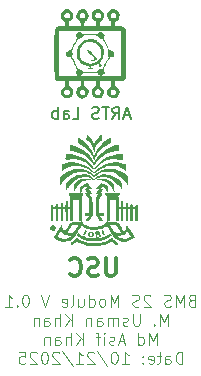
<source format=gbr>
%TF.GenerationSoftware,KiCad,Pcbnew,9.0.4*%
%TF.CreationDate,2025-10-23T14:08:19-04:00*%
%TF.ProjectId,BMS,424d532e-6b69-4636-9164-5f7063625858,rev?*%
%TF.SameCoordinates,Original*%
%TF.FileFunction,Legend,Bot*%
%TF.FilePolarity,Positive*%
%FSLAX46Y46*%
G04 Gerber Fmt 4.6, Leading zero omitted, Abs format (unit mm)*
G04 Created by KiCad (PCBNEW 9.0.4) date 2025-10-23 14:08:19*
%MOMM*%
%LPD*%
G01*
G04 APERTURE LIST*
%ADD10C,0.100000*%
%ADD11C,0.150000*%
%ADD12C,0.300000*%
%ADD13C,0.000000*%
G04 APERTURE END LIST*
D10*
X154807276Y-99522377D02*
X154664419Y-99569996D01*
X154664419Y-99569996D02*
X154616800Y-99617615D01*
X154616800Y-99617615D02*
X154569181Y-99712853D01*
X154569181Y-99712853D02*
X154569181Y-99855710D01*
X154569181Y-99855710D02*
X154616800Y-99950948D01*
X154616800Y-99950948D02*
X154664419Y-99998568D01*
X154664419Y-99998568D02*
X154759657Y-100046187D01*
X154759657Y-100046187D02*
X155140609Y-100046187D01*
X155140609Y-100046187D02*
X155140609Y-99046187D01*
X155140609Y-99046187D02*
X154807276Y-99046187D01*
X154807276Y-99046187D02*
X154712038Y-99093806D01*
X154712038Y-99093806D02*
X154664419Y-99141425D01*
X154664419Y-99141425D02*
X154616800Y-99236663D01*
X154616800Y-99236663D02*
X154616800Y-99331901D01*
X154616800Y-99331901D02*
X154664419Y-99427139D01*
X154664419Y-99427139D02*
X154712038Y-99474758D01*
X154712038Y-99474758D02*
X154807276Y-99522377D01*
X154807276Y-99522377D02*
X155140609Y-99522377D01*
X154140609Y-100046187D02*
X154140609Y-99046187D01*
X154140609Y-99046187D02*
X153807276Y-99760472D01*
X153807276Y-99760472D02*
X153473943Y-99046187D01*
X153473943Y-99046187D02*
X153473943Y-100046187D01*
X153045371Y-99998568D02*
X152902514Y-100046187D01*
X152902514Y-100046187D02*
X152664419Y-100046187D01*
X152664419Y-100046187D02*
X152569181Y-99998568D01*
X152569181Y-99998568D02*
X152521562Y-99950948D01*
X152521562Y-99950948D02*
X152473943Y-99855710D01*
X152473943Y-99855710D02*
X152473943Y-99760472D01*
X152473943Y-99760472D02*
X152521562Y-99665234D01*
X152521562Y-99665234D02*
X152569181Y-99617615D01*
X152569181Y-99617615D02*
X152664419Y-99569996D01*
X152664419Y-99569996D02*
X152854895Y-99522377D01*
X152854895Y-99522377D02*
X152950133Y-99474758D01*
X152950133Y-99474758D02*
X152997752Y-99427139D01*
X152997752Y-99427139D02*
X153045371Y-99331901D01*
X153045371Y-99331901D02*
X153045371Y-99236663D01*
X153045371Y-99236663D02*
X152997752Y-99141425D01*
X152997752Y-99141425D02*
X152950133Y-99093806D01*
X152950133Y-99093806D02*
X152854895Y-99046187D01*
X152854895Y-99046187D02*
X152616800Y-99046187D01*
X152616800Y-99046187D02*
X152473943Y-99093806D01*
X151331085Y-99141425D02*
X151283466Y-99093806D01*
X151283466Y-99093806D02*
X151188228Y-99046187D01*
X151188228Y-99046187D02*
X150950133Y-99046187D01*
X150950133Y-99046187D02*
X150854895Y-99093806D01*
X150854895Y-99093806D02*
X150807276Y-99141425D01*
X150807276Y-99141425D02*
X150759657Y-99236663D01*
X150759657Y-99236663D02*
X150759657Y-99331901D01*
X150759657Y-99331901D02*
X150807276Y-99474758D01*
X150807276Y-99474758D02*
X151378704Y-100046187D01*
X151378704Y-100046187D02*
X150759657Y-100046187D01*
X150378704Y-99998568D02*
X150235847Y-100046187D01*
X150235847Y-100046187D02*
X149997752Y-100046187D01*
X149997752Y-100046187D02*
X149902514Y-99998568D01*
X149902514Y-99998568D02*
X149854895Y-99950948D01*
X149854895Y-99950948D02*
X149807276Y-99855710D01*
X149807276Y-99855710D02*
X149807276Y-99760472D01*
X149807276Y-99760472D02*
X149854895Y-99665234D01*
X149854895Y-99665234D02*
X149902514Y-99617615D01*
X149902514Y-99617615D02*
X149997752Y-99569996D01*
X149997752Y-99569996D02*
X150188228Y-99522377D01*
X150188228Y-99522377D02*
X150283466Y-99474758D01*
X150283466Y-99474758D02*
X150331085Y-99427139D01*
X150331085Y-99427139D02*
X150378704Y-99331901D01*
X150378704Y-99331901D02*
X150378704Y-99236663D01*
X150378704Y-99236663D02*
X150331085Y-99141425D01*
X150331085Y-99141425D02*
X150283466Y-99093806D01*
X150283466Y-99093806D02*
X150188228Y-99046187D01*
X150188228Y-99046187D02*
X149950133Y-99046187D01*
X149950133Y-99046187D02*
X149807276Y-99093806D01*
X148616799Y-100046187D02*
X148616799Y-99046187D01*
X148616799Y-99046187D02*
X148283466Y-99760472D01*
X148283466Y-99760472D02*
X147950133Y-99046187D01*
X147950133Y-99046187D02*
X147950133Y-100046187D01*
X147331085Y-100046187D02*
X147426323Y-99998568D01*
X147426323Y-99998568D02*
X147473942Y-99950948D01*
X147473942Y-99950948D02*
X147521561Y-99855710D01*
X147521561Y-99855710D02*
X147521561Y-99569996D01*
X147521561Y-99569996D02*
X147473942Y-99474758D01*
X147473942Y-99474758D02*
X147426323Y-99427139D01*
X147426323Y-99427139D02*
X147331085Y-99379520D01*
X147331085Y-99379520D02*
X147188228Y-99379520D01*
X147188228Y-99379520D02*
X147092990Y-99427139D01*
X147092990Y-99427139D02*
X147045371Y-99474758D01*
X147045371Y-99474758D02*
X146997752Y-99569996D01*
X146997752Y-99569996D02*
X146997752Y-99855710D01*
X146997752Y-99855710D02*
X147045371Y-99950948D01*
X147045371Y-99950948D02*
X147092990Y-99998568D01*
X147092990Y-99998568D02*
X147188228Y-100046187D01*
X147188228Y-100046187D02*
X147331085Y-100046187D01*
X146140609Y-100046187D02*
X146140609Y-99046187D01*
X146140609Y-99998568D02*
X146235847Y-100046187D01*
X146235847Y-100046187D02*
X146426323Y-100046187D01*
X146426323Y-100046187D02*
X146521561Y-99998568D01*
X146521561Y-99998568D02*
X146569180Y-99950948D01*
X146569180Y-99950948D02*
X146616799Y-99855710D01*
X146616799Y-99855710D02*
X146616799Y-99569996D01*
X146616799Y-99569996D02*
X146569180Y-99474758D01*
X146569180Y-99474758D02*
X146521561Y-99427139D01*
X146521561Y-99427139D02*
X146426323Y-99379520D01*
X146426323Y-99379520D02*
X146235847Y-99379520D01*
X146235847Y-99379520D02*
X146140609Y-99427139D01*
X145235847Y-99379520D02*
X145235847Y-100046187D01*
X145664418Y-99379520D02*
X145664418Y-99903329D01*
X145664418Y-99903329D02*
X145616799Y-99998568D01*
X145616799Y-99998568D02*
X145521561Y-100046187D01*
X145521561Y-100046187D02*
X145378704Y-100046187D01*
X145378704Y-100046187D02*
X145283466Y-99998568D01*
X145283466Y-99998568D02*
X145235847Y-99950948D01*
X144616799Y-100046187D02*
X144712037Y-99998568D01*
X144712037Y-99998568D02*
X144759656Y-99903329D01*
X144759656Y-99903329D02*
X144759656Y-99046187D01*
X143854894Y-99998568D02*
X143950132Y-100046187D01*
X143950132Y-100046187D02*
X144140608Y-100046187D01*
X144140608Y-100046187D02*
X144235846Y-99998568D01*
X144235846Y-99998568D02*
X144283465Y-99903329D01*
X144283465Y-99903329D02*
X144283465Y-99522377D01*
X144283465Y-99522377D02*
X144235846Y-99427139D01*
X144235846Y-99427139D02*
X144140608Y-99379520D01*
X144140608Y-99379520D02*
X143950132Y-99379520D01*
X143950132Y-99379520D02*
X143854894Y-99427139D01*
X143854894Y-99427139D02*
X143807275Y-99522377D01*
X143807275Y-99522377D02*
X143807275Y-99617615D01*
X143807275Y-99617615D02*
X144283465Y-99712853D01*
X142759655Y-99046187D02*
X142426322Y-100046187D01*
X142426322Y-100046187D02*
X142092989Y-99046187D01*
X140807274Y-99046187D02*
X140712036Y-99046187D01*
X140712036Y-99046187D02*
X140616798Y-99093806D01*
X140616798Y-99093806D02*
X140569179Y-99141425D01*
X140569179Y-99141425D02*
X140521560Y-99236663D01*
X140521560Y-99236663D02*
X140473941Y-99427139D01*
X140473941Y-99427139D02*
X140473941Y-99665234D01*
X140473941Y-99665234D02*
X140521560Y-99855710D01*
X140521560Y-99855710D02*
X140569179Y-99950948D01*
X140569179Y-99950948D02*
X140616798Y-99998568D01*
X140616798Y-99998568D02*
X140712036Y-100046187D01*
X140712036Y-100046187D02*
X140807274Y-100046187D01*
X140807274Y-100046187D02*
X140902512Y-99998568D01*
X140902512Y-99998568D02*
X140950131Y-99950948D01*
X140950131Y-99950948D02*
X140997750Y-99855710D01*
X140997750Y-99855710D02*
X141045369Y-99665234D01*
X141045369Y-99665234D02*
X141045369Y-99427139D01*
X141045369Y-99427139D02*
X140997750Y-99236663D01*
X140997750Y-99236663D02*
X140950131Y-99141425D01*
X140950131Y-99141425D02*
X140902512Y-99093806D01*
X140902512Y-99093806D02*
X140807274Y-99046187D01*
X140045369Y-99950948D02*
X139997750Y-99998568D01*
X139997750Y-99998568D02*
X140045369Y-100046187D01*
X140045369Y-100046187D02*
X140092988Y-99998568D01*
X140092988Y-99998568D02*
X140045369Y-99950948D01*
X140045369Y-99950948D02*
X140045369Y-100046187D01*
X139045370Y-100046187D02*
X139616798Y-100046187D01*
X139331084Y-100046187D02*
X139331084Y-99046187D01*
X139331084Y-99046187D02*
X139426322Y-99189044D01*
X139426322Y-99189044D02*
X139521560Y-99284282D01*
X139521560Y-99284282D02*
X139616798Y-99331901D01*
X152807275Y-101656131D02*
X152807275Y-100656131D01*
X152807275Y-100656131D02*
X152473942Y-101370416D01*
X152473942Y-101370416D02*
X152140609Y-100656131D01*
X152140609Y-100656131D02*
X152140609Y-101656131D01*
X151664418Y-101560892D02*
X151616799Y-101608512D01*
X151616799Y-101608512D02*
X151664418Y-101656131D01*
X151664418Y-101656131D02*
X151712037Y-101608512D01*
X151712037Y-101608512D02*
X151664418Y-101560892D01*
X151664418Y-101560892D02*
X151664418Y-101656131D01*
X150426323Y-100656131D02*
X150426323Y-101465654D01*
X150426323Y-101465654D02*
X150378704Y-101560892D01*
X150378704Y-101560892D02*
X150331085Y-101608512D01*
X150331085Y-101608512D02*
X150235847Y-101656131D01*
X150235847Y-101656131D02*
X150045371Y-101656131D01*
X150045371Y-101656131D02*
X149950133Y-101608512D01*
X149950133Y-101608512D02*
X149902514Y-101560892D01*
X149902514Y-101560892D02*
X149854895Y-101465654D01*
X149854895Y-101465654D02*
X149854895Y-100656131D01*
X149426323Y-101608512D02*
X149331085Y-101656131D01*
X149331085Y-101656131D02*
X149140609Y-101656131D01*
X149140609Y-101656131D02*
X149045371Y-101608512D01*
X149045371Y-101608512D02*
X148997752Y-101513273D01*
X148997752Y-101513273D02*
X148997752Y-101465654D01*
X148997752Y-101465654D02*
X149045371Y-101370416D01*
X149045371Y-101370416D02*
X149140609Y-101322797D01*
X149140609Y-101322797D02*
X149283466Y-101322797D01*
X149283466Y-101322797D02*
X149378704Y-101275178D01*
X149378704Y-101275178D02*
X149426323Y-101179940D01*
X149426323Y-101179940D02*
X149426323Y-101132321D01*
X149426323Y-101132321D02*
X149378704Y-101037083D01*
X149378704Y-101037083D02*
X149283466Y-100989464D01*
X149283466Y-100989464D02*
X149140609Y-100989464D01*
X149140609Y-100989464D02*
X149045371Y-101037083D01*
X148569180Y-101656131D02*
X148569180Y-100989464D01*
X148569180Y-101084702D02*
X148521561Y-101037083D01*
X148521561Y-101037083D02*
X148426323Y-100989464D01*
X148426323Y-100989464D02*
X148283466Y-100989464D01*
X148283466Y-100989464D02*
X148188228Y-101037083D01*
X148188228Y-101037083D02*
X148140609Y-101132321D01*
X148140609Y-101132321D02*
X148140609Y-101656131D01*
X148140609Y-101132321D02*
X148092990Y-101037083D01*
X148092990Y-101037083D02*
X147997752Y-100989464D01*
X147997752Y-100989464D02*
X147854895Y-100989464D01*
X147854895Y-100989464D02*
X147759656Y-101037083D01*
X147759656Y-101037083D02*
X147712037Y-101132321D01*
X147712037Y-101132321D02*
X147712037Y-101656131D01*
X146807276Y-101656131D02*
X146807276Y-101132321D01*
X146807276Y-101132321D02*
X146854895Y-101037083D01*
X146854895Y-101037083D02*
X146950133Y-100989464D01*
X146950133Y-100989464D02*
X147140609Y-100989464D01*
X147140609Y-100989464D02*
X147235847Y-101037083D01*
X146807276Y-101608512D02*
X146902514Y-101656131D01*
X146902514Y-101656131D02*
X147140609Y-101656131D01*
X147140609Y-101656131D02*
X147235847Y-101608512D01*
X147235847Y-101608512D02*
X147283466Y-101513273D01*
X147283466Y-101513273D02*
X147283466Y-101418035D01*
X147283466Y-101418035D02*
X147235847Y-101322797D01*
X147235847Y-101322797D02*
X147140609Y-101275178D01*
X147140609Y-101275178D02*
X146902514Y-101275178D01*
X146902514Y-101275178D02*
X146807276Y-101227559D01*
X146331085Y-100989464D02*
X146331085Y-101656131D01*
X146331085Y-101084702D02*
X146283466Y-101037083D01*
X146283466Y-101037083D02*
X146188228Y-100989464D01*
X146188228Y-100989464D02*
X146045371Y-100989464D01*
X146045371Y-100989464D02*
X145950133Y-101037083D01*
X145950133Y-101037083D02*
X145902514Y-101132321D01*
X145902514Y-101132321D02*
X145902514Y-101656131D01*
X144664418Y-101656131D02*
X144664418Y-100656131D01*
X144092990Y-101656131D02*
X144521561Y-101084702D01*
X144092990Y-100656131D02*
X144664418Y-101227559D01*
X143664418Y-101656131D02*
X143664418Y-100656131D01*
X143235847Y-101656131D02*
X143235847Y-101132321D01*
X143235847Y-101132321D02*
X143283466Y-101037083D01*
X143283466Y-101037083D02*
X143378704Y-100989464D01*
X143378704Y-100989464D02*
X143521561Y-100989464D01*
X143521561Y-100989464D02*
X143616799Y-101037083D01*
X143616799Y-101037083D02*
X143664418Y-101084702D01*
X142331085Y-101656131D02*
X142331085Y-101132321D01*
X142331085Y-101132321D02*
X142378704Y-101037083D01*
X142378704Y-101037083D02*
X142473942Y-100989464D01*
X142473942Y-100989464D02*
X142664418Y-100989464D01*
X142664418Y-100989464D02*
X142759656Y-101037083D01*
X142331085Y-101608512D02*
X142426323Y-101656131D01*
X142426323Y-101656131D02*
X142664418Y-101656131D01*
X142664418Y-101656131D02*
X142759656Y-101608512D01*
X142759656Y-101608512D02*
X142807275Y-101513273D01*
X142807275Y-101513273D02*
X142807275Y-101418035D01*
X142807275Y-101418035D02*
X142759656Y-101322797D01*
X142759656Y-101322797D02*
X142664418Y-101275178D01*
X142664418Y-101275178D02*
X142426323Y-101275178D01*
X142426323Y-101275178D02*
X142331085Y-101227559D01*
X141854894Y-100989464D02*
X141854894Y-101656131D01*
X141854894Y-101084702D02*
X141807275Y-101037083D01*
X141807275Y-101037083D02*
X141712037Y-100989464D01*
X141712037Y-100989464D02*
X141569180Y-100989464D01*
X141569180Y-100989464D02*
X141473942Y-101037083D01*
X141473942Y-101037083D02*
X141426323Y-101132321D01*
X141426323Y-101132321D02*
X141426323Y-101656131D01*
X151878704Y-103266075D02*
X151878704Y-102266075D01*
X151878704Y-102266075D02*
X151545371Y-102980360D01*
X151545371Y-102980360D02*
X151212038Y-102266075D01*
X151212038Y-102266075D02*
X151212038Y-103266075D01*
X150307276Y-103266075D02*
X150307276Y-102266075D01*
X150307276Y-103218456D02*
X150402514Y-103266075D01*
X150402514Y-103266075D02*
X150592990Y-103266075D01*
X150592990Y-103266075D02*
X150688228Y-103218456D01*
X150688228Y-103218456D02*
X150735847Y-103170836D01*
X150735847Y-103170836D02*
X150783466Y-103075598D01*
X150783466Y-103075598D02*
X150783466Y-102789884D01*
X150783466Y-102789884D02*
X150735847Y-102694646D01*
X150735847Y-102694646D02*
X150688228Y-102647027D01*
X150688228Y-102647027D02*
X150592990Y-102599408D01*
X150592990Y-102599408D02*
X150402514Y-102599408D01*
X150402514Y-102599408D02*
X150307276Y-102647027D01*
X149116799Y-102980360D02*
X148640609Y-102980360D01*
X149212037Y-103266075D02*
X148878704Y-102266075D01*
X148878704Y-102266075D02*
X148545371Y-103266075D01*
X148259656Y-103218456D02*
X148164418Y-103266075D01*
X148164418Y-103266075D02*
X147973942Y-103266075D01*
X147973942Y-103266075D02*
X147878704Y-103218456D01*
X147878704Y-103218456D02*
X147831085Y-103123217D01*
X147831085Y-103123217D02*
X147831085Y-103075598D01*
X147831085Y-103075598D02*
X147878704Y-102980360D01*
X147878704Y-102980360D02*
X147973942Y-102932741D01*
X147973942Y-102932741D02*
X148116799Y-102932741D01*
X148116799Y-102932741D02*
X148212037Y-102885122D01*
X148212037Y-102885122D02*
X148259656Y-102789884D01*
X148259656Y-102789884D02*
X148259656Y-102742265D01*
X148259656Y-102742265D02*
X148212037Y-102647027D01*
X148212037Y-102647027D02*
X148116799Y-102599408D01*
X148116799Y-102599408D02*
X147973942Y-102599408D01*
X147973942Y-102599408D02*
X147878704Y-102647027D01*
X147402513Y-103266075D02*
X147402513Y-102599408D01*
X147402513Y-102266075D02*
X147450132Y-102313694D01*
X147450132Y-102313694D02*
X147402513Y-102361313D01*
X147402513Y-102361313D02*
X147354894Y-102313694D01*
X147354894Y-102313694D02*
X147402513Y-102266075D01*
X147402513Y-102266075D02*
X147402513Y-102361313D01*
X147069180Y-102599408D02*
X146688228Y-102599408D01*
X146926323Y-103266075D02*
X146926323Y-102408932D01*
X146926323Y-102408932D02*
X146878704Y-102313694D01*
X146878704Y-102313694D02*
X146783466Y-102266075D01*
X146783466Y-102266075D02*
X146688228Y-102266075D01*
X145592989Y-103266075D02*
X145592989Y-102266075D01*
X145021561Y-103266075D02*
X145450132Y-102694646D01*
X145021561Y-102266075D02*
X145592989Y-102837503D01*
X144592989Y-103266075D02*
X144592989Y-102266075D01*
X144164418Y-103266075D02*
X144164418Y-102742265D01*
X144164418Y-102742265D02*
X144212037Y-102647027D01*
X144212037Y-102647027D02*
X144307275Y-102599408D01*
X144307275Y-102599408D02*
X144450132Y-102599408D01*
X144450132Y-102599408D02*
X144545370Y-102647027D01*
X144545370Y-102647027D02*
X144592989Y-102694646D01*
X143259656Y-103266075D02*
X143259656Y-102742265D01*
X143259656Y-102742265D02*
X143307275Y-102647027D01*
X143307275Y-102647027D02*
X143402513Y-102599408D01*
X143402513Y-102599408D02*
X143592989Y-102599408D01*
X143592989Y-102599408D02*
X143688227Y-102647027D01*
X143259656Y-103218456D02*
X143354894Y-103266075D01*
X143354894Y-103266075D02*
X143592989Y-103266075D01*
X143592989Y-103266075D02*
X143688227Y-103218456D01*
X143688227Y-103218456D02*
X143735846Y-103123217D01*
X143735846Y-103123217D02*
X143735846Y-103027979D01*
X143735846Y-103027979D02*
X143688227Y-102932741D01*
X143688227Y-102932741D02*
X143592989Y-102885122D01*
X143592989Y-102885122D02*
X143354894Y-102885122D01*
X143354894Y-102885122D02*
X143259656Y-102837503D01*
X142783465Y-102599408D02*
X142783465Y-103266075D01*
X142783465Y-102694646D02*
X142735846Y-102647027D01*
X142735846Y-102647027D02*
X142640608Y-102599408D01*
X142640608Y-102599408D02*
X142497751Y-102599408D01*
X142497751Y-102599408D02*
X142402513Y-102647027D01*
X142402513Y-102647027D02*
X142354894Y-102742265D01*
X142354894Y-102742265D02*
X142354894Y-103266075D01*
X154021561Y-104876019D02*
X154021561Y-103876019D01*
X154021561Y-103876019D02*
X153783466Y-103876019D01*
X153783466Y-103876019D02*
X153640609Y-103923638D01*
X153640609Y-103923638D02*
X153545371Y-104018876D01*
X153545371Y-104018876D02*
X153497752Y-104114114D01*
X153497752Y-104114114D02*
X153450133Y-104304590D01*
X153450133Y-104304590D02*
X153450133Y-104447447D01*
X153450133Y-104447447D02*
X153497752Y-104637923D01*
X153497752Y-104637923D02*
X153545371Y-104733161D01*
X153545371Y-104733161D02*
X153640609Y-104828400D01*
X153640609Y-104828400D02*
X153783466Y-104876019D01*
X153783466Y-104876019D02*
X154021561Y-104876019D01*
X152592990Y-104876019D02*
X152592990Y-104352209D01*
X152592990Y-104352209D02*
X152640609Y-104256971D01*
X152640609Y-104256971D02*
X152735847Y-104209352D01*
X152735847Y-104209352D02*
X152926323Y-104209352D01*
X152926323Y-104209352D02*
X153021561Y-104256971D01*
X152592990Y-104828400D02*
X152688228Y-104876019D01*
X152688228Y-104876019D02*
X152926323Y-104876019D01*
X152926323Y-104876019D02*
X153021561Y-104828400D01*
X153021561Y-104828400D02*
X153069180Y-104733161D01*
X153069180Y-104733161D02*
X153069180Y-104637923D01*
X153069180Y-104637923D02*
X153021561Y-104542685D01*
X153021561Y-104542685D02*
X152926323Y-104495066D01*
X152926323Y-104495066D02*
X152688228Y-104495066D01*
X152688228Y-104495066D02*
X152592990Y-104447447D01*
X152259656Y-104209352D02*
X151878704Y-104209352D01*
X152116799Y-103876019D02*
X152116799Y-104733161D01*
X152116799Y-104733161D02*
X152069180Y-104828400D01*
X152069180Y-104828400D02*
X151973942Y-104876019D01*
X151973942Y-104876019D02*
X151878704Y-104876019D01*
X151164418Y-104828400D02*
X151259656Y-104876019D01*
X151259656Y-104876019D02*
X151450132Y-104876019D01*
X151450132Y-104876019D02*
X151545370Y-104828400D01*
X151545370Y-104828400D02*
X151592989Y-104733161D01*
X151592989Y-104733161D02*
X151592989Y-104352209D01*
X151592989Y-104352209D02*
X151545370Y-104256971D01*
X151545370Y-104256971D02*
X151450132Y-104209352D01*
X151450132Y-104209352D02*
X151259656Y-104209352D01*
X151259656Y-104209352D02*
X151164418Y-104256971D01*
X151164418Y-104256971D02*
X151116799Y-104352209D01*
X151116799Y-104352209D02*
X151116799Y-104447447D01*
X151116799Y-104447447D02*
X151592989Y-104542685D01*
X150688227Y-104780780D02*
X150640608Y-104828400D01*
X150640608Y-104828400D02*
X150688227Y-104876019D01*
X150688227Y-104876019D02*
X150735846Y-104828400D01*
X150735846Y-104828400D02*
X150688227Y-104780780D01*
X150688227Y-104780780D02*
X150688227Y-104876019D01*
X150688227Y-104256971D02*
X150640608Y-104304590D01*
X150640608Y-104304590D02*
X150688227Y-104352209D01*
X150688227Y-104352209D02*
X150735846Y-104304590D01*
X150735846Y-104304590D02*
X150688227Y-104256971D01*
X150688227Y-104256971D02*
X150688227Y-104352209D01*
X148926323Y-104876019D02*
X149497751Y-104876019D01*
X149212037Y-104876019D02*
X149212037Y-103876019D01*
X149212037Y-103876019D02*
X149307275Y-104018876D01*
X149307275Y-104018876D02*
X149402513Y-104114114D01*
X149402513Y-104114114D02*
X149497751Y-104161733D01*
X148307275Y-103876019D02*
X148212037Y-103876019D01*
X148212037Y-103876019D02*
X148116799Y-103923638D01*
X148116799Y-103923638D02*
X148069180Y-103971257D01*
X148069180Y-103971257D02*
X148021561Y-104066495D01*
X148021561Y-104066495D02*
X147973942Y-104256971D01*
X147973942Y-104256971D02*
X147973942Y-104495066D01*
X147973942Y-104495066D02*
X148021561Y-104685542D01*
X148021561Y-104685542D02*
X148069180Y-104780780D01*
X148069180Y-104780780D02*
X148116799Y-104828400D01*
X148116799Y-104828400D02*
X148212037Y-104876019D01*
X148212037Y-104876019D02*
X148307275Y-104876019D01*
X148307275Y-104876019D02*
X148402513Y-104828400D01*
X148402513Y-104828400D02*
X148450132Y-104780780D01*
X148450132Y-104780780D02*
X148497751Y-104685542D01*
X148497751Y-104685542D02*
X148545370Y-104495066D01*
X148545370Y-104495066D02*
X148545370Y-104256971D01*
X148545370Y-104256971D02*
X148497751Y-104066495D01*
X148497751Y-104066495D02*
X148450132Y-103971257D01*
X148450132Y-103971257D02*
X148402513Y-103923638D01*
X148402513Y-103923638D02*
X148307275Y-103876019D01*
X146831085Y-103828400D02*
X147688227Y-105114114D01*
X146545370Y-103971257D02*
X146497751Y-103923638D01*
X146497751Y-103923638D02*
X146402513Y-103876019D01*
X146402513Y-103876019D02*
X146164418Y-103876019D01*
X146164418Y-103876019D02*
X146069180Y-103923638D01*
X146069180Y-103923638D02*
X146021561Y-103971257D01*
X146021561Y-103971257D02*
X145973942Y-104066495D01*
X145973942Y-104066495D02*
X145973942Y-104161733D01*
X145973942Y-104161733D02*
X146021561Y-104304590D01*
X146021561Y-104304590D02*
X146592989Y-104876019D01*
X146592989Y-104876019D02*
X145973942Y-104876019D01*
X145021561Y-104876019D02*
X145592989Y-104876019D01*
X145307275Y-104876019D02*
X145307275Y-103876019D01*
X145307275Y-103876019D02*
X145402513Y-104018876D01*
X145402513Y-104018876D02*
X145497751Y-104114114D01*
X145497751Y-104114114D02*
X145592989Y-104161733D01*
X143878704Y-103828400D02*
X144735846Y-105114114D01*
X143592989Y-103971257D02*
X143545370Y-103923638D01*
X143545370Y-103923638D02*
X143450132Y-103876019D01*
X143450132Y-103876019D02*
X143212037Y-103876019D01*
X143212037Y-103876019D02*
X143116799Y-103923638D01*
X143116799Y-103923638D02*
X143069180Y-103971257D01*
X143069180Y-103971257D02*
X143021561Y-104066495D01*
X143021561Y-104066495D02*
X143021561Y-104161733D01*
X143021561Y-104161733D02*
X143069180Y-104304590D01*
X143069180Y-104304590D02*
X143640608Y-104876019D01*
X143640608Y-104876019D02*
X143021561Y-104876019D01*
X142402513Y-103876019D02*
X142307275Y-103876019D01*
X142307275Y-103876019D02*
X142212037Y-103923638D01*
X142212037Y-103923638D02*
X142164418Y-103971257D01*
X142164418Y-103971257D02*
X142116799Y-104066495D01*
X142116799Y-104066495D02*
X142069180Y-104256971D01*
X142069180Y-104256971D02*
X142069180Y-104495066D01*
X142069180Y-104495066D02*
X142116799Y-104685542D01*
X142116799Y-104685542D02*
X142164418Y-104780780D01*
X142164418Y-104780780D02*
X142212037Y-104828400D01*
X142212037Y-104828400D02*
X142307275Y-104876019D01*
X142307275Y-104876019D02*
X142402513Y-104876019D01*
X142402513Y-104876019D02*
X142497751Y-104828400D01*
X142497751Y-104828400D02*
X142545370Y-104780780D01*
X142545370Y-104780780D02*
X142592989Y-104685542D01*
X142592989Y-104685542D02*
X142640608Y-104495066D01*
X142640608Y-104495066D02*
X142640608Y-104256971D01*
X142640608Y-104256971D02*
X142592989Y-104066495D01*
X142592989Y-104066495D02*
X142545370Y-103971257D01*
X142545370Y-103971257D02*
X142497751Y-103923638D01*
X142497751Y-103923638D02*
X142402513Y-103876019D01*
X141688227Y-103971257D02*
X141640608Y-103923638D01*
X141640608Y-103923638D02*
X141545370Y-103876019D01*
X141545370Y-103876019D02*
X141307275Y-103876019D01*
X141307275Y-103876019D02*
X141212037Y-103923638D01*
X141212037Y-103923638D02*
X141164418Y-103971257D01*
X141164418Y-103971257D02*
X141116799Y-104066495D01*
X141116799Y-104066495D02*
X141116799Y-104161733D01*
X141116799Y-104161733D02*
X141164418Y-104304590D01*
X141164418Y-104304590D02*
X141735846Y-104876019D01*
X141735846Y-104876019D02*
X141116799Y-104876019D01*
X140212037Y-103876019D02*
X140688227Y-103876019D01*
X140688227Y-103876019D02*
X140735846Y-104352209D01*
X140735846Y-104352209D02*
X140688227Y-104304590D01*
X140688227Y-104304590D02*
X140592989Y-104256971D01*
X140592989Y-104256971D02*
X140354894Y-104256971D01*
X140354894Y-104256971D02*
X140259656Y-104304590D01*
X140259656Y-104304590D02*
X140212037Y-104352209D01*
X140212037Y-104352209D02*
X140164418Y-104447447D01*
X140164418Y-104447447D02*
X140164418Y-104685542D01*
X140164418Y-104685542D02*
X140212037Y-104780780D01*
X140212037Y-104780780D02*
X140259656Y-104828400D01*
X140259656Y-104828400D02*
X140354894Y-104876019D01*
X140354894Y-104876019D02*
X140592989Y-104876019D01*
X140592989Y-104876019D02*
X140688227Y-104828400D01*
X140688227Y-104828400D02*
X140735846Y-104780780D01*
D11*
X149589714Y-83858304D02*
X149113524Y-83858304D01*
X149684952Y-84144019D02*
X149351619Y-83144019D01*
X149351619Y-83144019D02*
X149018286Y-84144019D01*
X148113524Y-84144019D02*
X148446857Y-83667828D01*
X148684952Y-84144019D02*
X148684952Y-83144019D01*
X148684952Y-83144019D02*
X148304000Y-83144019D01*
X148304000Y-83144019D02*
X148208762Y-83191638D01*
X148208762Y-83191638D02*
X148161143Y-83239257D01*
X148161143Y-83239257D02*
X148113524Y-83334495D01*
X148113524Y-83334495D02*
X148113524Y-83477352D01*
X148113524Y-83477352D02*
X148161143Y-83572590D01*
X148161143Y-83572590D02*
X148208762Y-83620209D01*
X148208762Y-83620209D02*
X148304000Y-83667828D01*
X148304000Y-83667828D02*
X148684952Y-83667828D01*
X147827809Y-83144019D02*
X147256381Y-83144019D01*
X147542095Y-84144019D02*
X147542095Y-83144019D01*
X146970666Y-84096400D02*
X146827809Y-84144019D01*
X146827809Y-84144019D02*
X146589714Y-84144019D01*
X146589714Y-84144019D02*
X146494476Y-84096400D01*
X146494476Y-84096400D02*
X146446857Y-84048780D01*
X146446857Y-84048780D02*
X146399238Y-83953542D01*
X146399238Y-83953542D02*
X146399238Y-83858304D01*
X146399238Y-83858304D02*
X146446857Y-83763066D01*
X146446857Y-83763066D02*
X146494476Y-83715447D01*
X146494476Y-83715447D02*
X146589714Y-83667828D01*
X146589714Y-83667828D02*
X146780190Y-83620209D01*
X146780190Y-83620209D02*
X146875428Y-83572590D01*
X146875428Y-83572590D02*
X146923047Y-83524971D01*
X146923047Y-83524971D02*
X146970666Y-83429733D01*
X146970666Y-83429733D02*
X146970666Y-83334495D01*
X146970666Y-83334495D02*
X146923047Y-83239257D01*
X146923047Y-83239257D02*
X146875428Y-83191638D01*
X146875428Y-83191638D02*
X146780190Y-83144019D01*
X146780190Y-83144019D02*
X146542095Y-83144019D01*
X146542095Y-83144019D02*
X146399238Y-83191638D01*
X144732571Y-84144019D02*
X145208761Y-84144019D01*
X145208761Y-84144019D02*
X145208761Y-83144019D01*
X143970666Y-84144019D02*
X143970666Y-83620209D01*
X143970666Y-83620209D02*
X144018285Y-83524971D01*
X144018285Y-83524971D02*
X144113523Y-83477352D01*
X144113523Y-83477352D02*
X144303999Y-83477352D01*
X144303999Y-83477352D02*
X144399237Y-83524971D01*
X143970666Y-84096400D02*
X144065904Y-84144019D01*
X144065904Y-84144019D02*
X144303999Y-84144019D01*
X144303999Y-84144019D02*
X144399237Y-84096400D01*
X144399237Y-84096400D02*
X144446856Y-84001161D01*
X144446856Y-84001161D02*
X144446856Y-83905923D01*
X144446856Y-83905923D02*
X144399237Y-83810685D01*
X144399237Y-83810685D02*
X144303999Y-83763066D01*
X144303999Y-83763066D02*
X144065904Y-83763066D01*
X144065904Y-83763066D02*
X143970666Y-83715447D01*
X143494475Y-84144019D02*
X143494475Y-83144019D01*
X143494475Y-83524971D02*
X143399237Y-83477352D01*
X143399237Y-83477352D02*
X143208761Y-83477352D01*
X143208761Y-83477352D02*
X143113523Y-83524971D01*
X143113523Y-83524971D02*
X143065904Y-83572590D01*
X143065904Y-83572590D02*
X143018285Y-83667828D01*
X143018285Y-83667828D02*
X143018285Y-83953542D01*
X143018285Y-83953542D02*
X143065904Y-84048780D01*
X143065904Y-84048780D02*
X143113523Y-84096400D01*
X143113523Y-84096400D02*
X143208761Y-84144019D01*
X143208761Y-84144019D02*
X143399237Y-84144019D01*
X143399237Y-84144019D02*
X143494475Y-84096400D01*
D12*
X148400057Y-95949928D02*
X148400057Y-97164214D01*
X148400057Y-97164214D02*
X148328628Y-97307071D01*
X148328628Y-97307071D02*
X148257200Y-97378500D01*
X148257200Y-97378500D02*
X148114342Y-97449928D01*
X148114342Y-97449928D02*
X147828628Y-97449928D01*
X147828628Y-97449928D02*
X147685771Y-97378500D01*
X147685771Y-97378500D02*
X147614342Y-97307071D01*
X147614342Y-97307071D02*
X147542914Y-97164214D01*
X147542914Y-97164214D02*
X147542914Y-95949928D01*
X146900056Y-97378500D02*
X146685771Y-97449928D01*
X146685771Y-97449928D02*
X146328628Y-97449928D01*
X146328628Y-97449928D02*
X146185771Y-97378500D01*
X146185771Y-97378500D02*
X146114342Y-97307071D01*
X146114342Y-97307071D02*
X146042913Y-97164214D01*
X146042913Y-97164214D02*
X146042913Y-97021357D01*
X146042913Y-97021357D02*
X146114342Y-96878500D01*
X146114342Y-96878500D02*
X146185771Y-96807071D01*
X146185771Y-96807071D02*
X146328628Y-96735642D01*
X146328628Y-96735642D02*
X146614342Y-96664214D01*
X146614342Y-96664214D02*
X146757199Y-96592785D01*
X146757199Y-96592785D02*
X146828628Y-96521357D01*
X146828628Y-96521357D02*
X146900056Y-96378500D01*
X146900056Y-96378500D02*
X146900056Y-96235642D01*
X146900056Y-96235642D02*
X146828628Y-96092785D01*
X146828628Y-96092785D02*
X146757199Y-96021357D01*
X146757199Y-96021357D02*
X146614342Y-95949928D01*
X146614342Y-95949928D02*
X146257199Y-95949928D01*
X146257199Y-95949928D02*
X146042913Y-96021357D01*
X144542914Y-97307071D02*
X144614342Y-97378500D01*
X144614342Y-97378500D02*
X144828628Y-97449928D01*
X144828628Y-97449928D02*
X144971485Y-97449928D01*
X144971485Y-97449928D02*
X145185771Y-97378500D01*
X145185771Y-97378500D02*
X145328628Y-97235642D01*
X145328628Y-97235642D02*
X145400057Y-97092785D01*
X145400057Y-97092785D02*
X145471485Y-96807071D01*
X145471485Y-96807071D02*
X145471485Y-96592785D01*
X145471485Y-96592785D02*
X145400057Y-96307071D01*
X145400057Y-96307071D02*
X145328628Y-96164214D01*
X145328628Y-96164214D02*
X145185771Y-96021357D01*
X145185771Y-96021357D02*
X144971485Y-95949928D01*
X144971485Y-95949928D02*
X144828628Y-95949928D01*
X144828628Y-95949928D02*
X144614342Y-96021357D01*
X144614342Y-96021357D02*
X144542914Y-96092785D01*
D13*
%TO.C,ARTS Lab*%
G36*
X146065416Y-78305280D02*
G01*
X146126728Y-78351445D01*
X146160404Y-78379729D01*
X146216311Y-78389864D01*
X146250197Y-78386144D01*
X146323377Y-78418267D01*
X146385161Y-78484444D01*
X146411173Y-78563015D01*
X146411354Y-78568426D01*
X146441689Y-78651127D01*
X146509415Y-78733152D01*
X146523095Y-78745316D01*
X146618312Y-78835847D01*
X146712073Y-78932280D01*
X146816490Y-79045381D01*
X146717183Y-79130713D01*
X146663169Y-79171071D01*
X146553422Y-79230160D01*
X146438508Y-79271369D01*
X146335407Y-79290625D01*
X146261095Y-79283854D01*
X146232551Y-79246983D01*
X146234239Y-79237889D01*
X146282568Y-79200631D01*
X146390390Y-79173784D01*
X146489350Y-79154728D01*
X146577976Y-79116941D01*
X146602015Y-79060953D01*
X146563137Y-78979684D01*
X146463015Y-78866051D01*
X146462178Y-78865201D01*
X146366965Y-78776513D01*
X146284341Y-78713301D01*
X146232108Y-78689200D01*
X146193763Y-78682989D01*
X146120084Y-78629573D01*
X146089654Y-78543532D01*
X146081744Y-78505726D01*
X146036067Y-78439130D01*
X146007684Y-78408052D01*
X145982481Y-78345445D01*
X145982596Y-78341362D01*
X146009175Y-78301578D01*
X146065416Y-78305280D01*
G37*
G36*
X146469677Y-77416417D02*
G01*
X146602809Y-77456931D01*
X146690305Y-77494523D01*
X146757945Y-77510297D01*
X146771860Y-77514306D01*
X146834798Y-77555874D01*
X146926072Y-77632947D01*
X147031064Y-77733574D01*
X147189234Y-77915472D01*
X147298897Y-78103789D01*
X147358210Y-78308558D01*
X147375907Y-78550470D01*
X147370077Y-78654719D01*
X147342164Y-78823885D01*
X147296992Y-78986846D01*
X147241021Y-79121865D01*
X147180711Y-79207203D01*
X147144717Y-79245088D01*
X147086937Y-79320999D01*
X147038686Y-79397562D01*
X147018487Y-79447360D01*
X147031266Y-79463291D01*
X147088678Y-79475135D01*
X147145101Y-79496204D01*
X147206096Y-79558923D01*
X147232833Y-79632723D01*
X147206813Y-79663405D01*
X147143343Y-79710746D01*
X147124908Y-79721737D01*
X147035106Y-79741087D01*
X146971309Y-79698589D01*
X146947038Y-79601750D01*
X146938889Y-79531199D01*
X146903811Y-79494055D01*
X146842764Y-79522760D01*
X146766654Y-79570894D01*
X146618217Y-79628628D01*
X146437966Y-79670535D01*
X146391701Y-79679779D01*
X146323313Y-79710749D01*
X146304000Y-79762549D01*
X146316471Y-79808352D01*
X146378426Y-79832379D01*
X146421540Y-79840971D01*
X146438135Y-79877034D01*
X146424300Y-79892284D01*
X146352792Y-79917779D01*
X146238674Y-79932488D01*
X146228713Y-79933052D01*
X146121394Y-79934361D01*
X146068241Y-79920522D01*
X146053930Y-79887832D01*
X146066509Y-79855558D01*
X146125378Y-79832379D01*
X146169667Y-79821721D01*
X146196827Y-79764986D01*
X146185102Y-79724800D01*
X146133897Y-79695066D01*
X146027136Y-79674182D01*
X145787968Y-79609586D01*
X145554825Y-79481676D01*
X145353215Y-79301954D01*
X145197090Y-79080401D01*
X145176729Y-79040868D01*
X145143022Y-78957129D01*
X145122991Y-78863408D01*
X145113189Y-78739240D01*
X145111220Y-78625014D01*
X145323361Y-78625014D01*
X145374022Y-78857073D01*
X145481442Y-79069828D01*
X145644623Y-79249987D01*
X145778748Y-79344923D01*
X146005435Y-79441918D01*
X146240409Y-79475370D01*
X146472835Y-79447126D01*
X146691880Y-79359037D01*
X146886708Y-79212952D01*
X147046487Y-79010719D01*
X147058919Y-78989814D01*
X147103386Y-78902711D01*
X147128996Y-78815612D01*
X147140719Y-78704737D01*
X147143522Y-78546303D01*
X147143349Y-78493590D01*
X147138861Y-78354098D01*
X147124685Y-78256908D01*
X147096029Y-78179599D01*
X147048103Y-78099749D01*
X146966159Y-77983473D01*
X146856213Y-77856973D01*
X146740973Y-77766997D01*
X146601034Y-77696020D01*
X146406596Y-77638092D01*
X146166042Y-77624585D01*
X145931904Y-77668975D01*
X145719646Y-77768007D01*
X145544731Y-77918423D01*
X145521900Y-77945944D01*
X145396303Y-78156157D01*
X145330455Y-78386944D01*
X145323361Y-78625014D01*
X145111220Y-78625014D01*
X145110171Y-78564165D01*
X145110875Y-78413157D01*
X145117336Y-78288531D01*
X145133617Y-78195650D01*
X145163665Y-78113320D01*
X145211424Y-78020347D01*
X145339811Y-77829754D01*
X145546472Y-77632335D01*
X145796913Y-77490668D01*
X145909155Y-77452649D01*
X146099503Y-77415254D01*
X146294126Y-77402851D01*
X146469677Y-77416417D01*
G37*
G36*
X145404171Y-76780932D02*
G01*
X145523561Y-76867259D01*
X145630734Y-76974432D01*
X146232551Y-76974432D01*
X146834369Y-76974432D01*
X146941542Y-76867259D01*
X146990326Y-76823817D01*
X147108171Y-76766239D01*
X147224536Y-76779811D01*
X147342754Y-76864511D01*
X147424258Y-76973772D01*
X147441757Y-77085009D01*
X147391996Y-77204062D01*
X147381120Y-77221259D01*
X147361676Y-77267339D01*
X147365501Y-77319218D01*
X147396637Y-77395651D01*
X147459128Y-77515393D01*
X147473594Y-77542334D01*
X147554445Y-77694650D01*
X147646717Y-77870569D01*
X147733156Y-78037231D01*
X147775244Y-78116939D01*
X147849357Y-78241555D01*
X147906877Y-78310647D01*
X147953593Y-78331957D01*
X147998625Y-78337257D01*
X148101192Y-78374137D01*
X148193957Y-78432081D01*
X148246647Y-78494317D01*
X148260749Y-78541665D01*
X148261938Y-78673093D01*
X148214793Y-78789169D01*
X148129422Y-78871963D01*
X148015935Y-78903546D01*
X147992096Y-78904516D01*
X147954454Y-78914026D01*
X147916727Y-78940181D01*
X147873493Y-78990802D01*
X147819331Y-79073710D01*
X147748818Y-79196726D01*
X147656535Y-79367671D01*
X147537058Y-79594366D01*
X147479508Y-79704734D01*
X147415156Y-79833250D01*
X147378233Y-79919824D01*
X147364730Y-79977189D01*
X147370637Y-80018076D01*
X147391947Y-80055217D01*
X147431012Y-80129436D01*
X147438839Y-80253322D01*
X147375295Y-80378545D01*
X147368715Y-80386661D01*
X147255138Y-80473522D01*
X147121978Y-80497063D01*
X146986318Y-80453972D01*
X146981061Y-80450799D01*
X146904700Y-80388636D01*
X146863617Y-80326321D01*
X146857483Y-80310146D01*
X146837747Y-80290935D01*
X146796624Y-80277485D01*
X146724103Y-80268786D01*
X146610172Y-80263825D01*
X146444820Y-80261591D01*
X146218034Y-80261071D01*
X146063816Y-80261455D01*
X145870519Y-80263946D01*
X145734896Y-80269311D01*
X145648491Y-80278198D01*
X145602848Y-80291252D01*
X145589513Y-80309120D01*
X145588837Y-80318883D01*
X145548732Y-80391152D01*
X145461415Y-80455860D01*
X145347461Y-80497034D01*
X145278577Y-80503990D01*
X145208012Y-80480721D01*
X145126528Y-80410895D01*
X145122175Y-80406505D01*
X145039336Y-80292495D01*
X145023938Y-80179263D01*
X145073842Y-80052237D01*
X145095507Y-80011633D01*
X145106021Y-79965172D01*
X145094401Y-79907424D01*
X145056619Y-79821242D01*
X144988650Y-79689481D01*
X144972238Y-79658314D01*
X144848069Y-79422477D01*
X144752117Y-79241571D01*
X144679517Y-79108337D01*
X144625404Y-79015516D01*
X144584911Y-78955849D01*
X144553173Y-78922078D01*
X144525323Y-78906943D01*
X144496496Y-78903185D01*
X144461827Y-78903546D01*
X144406549Y-78897627D01*
X144360487Y-78875354D01*
X144689873Y-78875354D01*
X144708127Y-78937245D01*
X144748966Y-79030993D01*
X144816141Y-79166955D01*
X144913401Y-79355489D01*
X144957164Y-79439583D01*
X145053019Y-79622655D01*
X145123685Y-79753684D01*
X145174790Y-79840924D01*
X145211959Y-79892631D01*
X145240816Y-79917061D01*
X145266989Y-79922469D01*
X145296101Y-79917111D01*
X145316144Y-79915161D01*
X145397126Y-79935703D01*
X145486845Y-79984007D01*
X145559555Y-80044044D01*
X145589513Y-80099786D01*
X145589588Y-80102029D01*
X145600403Y-80121246D01*
X145636055Y-80135156D01*
X145705864Y-80144568D01*
X145819149Y-80150290D01*
X145985232Y-80153130D01*
X146213432Y-80153898D01*
X146393720Y-80153643D01*
X146571317Y-80151971D01*
X146696030Y-80147744D01*
X146778327Y-80139840D01*
X146828675Y-80127133D01*
X146857541Y-80108501D01*
X146875391Y-80082819D01*
X146927575Y-80021756D01*
X147015634Y-79960582D01*
X147108898Y-79920663D01*
X147179859Y-79916981D01*
X147191339Y-79920888D01*
X147217644Y-79921793D01*
X147245879Y-79903162D01*
X147282191Y-79856195D01*
X147332732Y-79772092D01*
X147403651Y-79642051D01*
X147501098Y-79457273D01*
X147502769Y-79454086D01*
X147586129Y-79298037D01*
X147661572Y-79161972D01*
X147720864Y-79060419D01*
X147755770Y-79007906D01*
X147783311Y-78968300D01*
X147800206Y-78876037D01*
X147750835Y-78796373D01*
X147714217Y-78734849D01*
X147699001Y-78631070D01*
X147711467Y-78521601D01*
X147751552Y-78438337D01*
X147756640Y-78432491D01*
X147774560Y-78399863D01*
X147774074Y-78355505D01*
X147751206Y-78286681D01*
X147701980Y-78180656D01*
X147622420Y-78024695D01*
X147555247Y-77895416D01*
X147456132Y-77706977D01*
X147380812Y-77569638D01*
X147323673Y-77475342D01*
X147279104Y-77416029D01*
X147241493Y-77383640D01*
X147205228Y-77370117D01*
X147164696Y-77367400D01*
X147136916Y-77365415D01*
X147021584Y-77324575D01*
X146918591Y-77246589D01*
X146857431Y-77152122D01*
X146849608Y-77132987D01*
X146829836Y-77112439D01*
X146790433Y-77098237D01*
X146721038Y-77089215D01*
X146611286Y-77084212D01*
X146450815Y-77082063D01*
X146229260Y-77081605D01*
X146217910Y-77081605D01*
X145999932Y-77081927D01*
X145842390Y-77083781D01*
X145734745Y-77088523D01*
X145666459Y-77097507D01*
X145626991Y-77112087D01*
X145605801Y-77133618D01*
X145592351Y-77163453D01*
X145561364Y-77225599D01*
X145464389Y-77316184D01*
X145314470Y-77364402D01*
X145297639Y-77367307D01*
X145242216Y-77382960D01*
X145195898Y-77414474D01*
X145148490Y-77473896D01*
X145089799Y-77573272D01*
X145009631Y-77724649D01*
X144960003Y-77820065D01*
X144876552Y-77980342D01*
X144802620Y-78122141D01*
X144749917Y-78222998D01*
X144728612Y-78264462D01*
X144693319Y-78347839D01*
X144690666Y-78403051D01*
X144717246Y-78454224D01*
X144725017Y-78466165D01*
X144762656Y-78579336D01*
X144758122Y-78701500D01*
X144711936Y-78798949D01*
X144706123Y-78805710D01*
X144690455Y-78834961D01*
X144689873Y-78875354D01*
X144360487Y-78875354D01*
X144294825Y-78843604D01*
X144217802Y-78748420D01*
X144187202Y-78630776D01*
X144214749Y-78509374D01*
X144244795Y-78459528D01*
X144350732Y-78363946D01*
X144488979Y-78331957D01*
X144507517Y-78331847D01*
X144538667Y-78327763D01*
X144567915Y-78311438D01*
X144601111Y-78274369D01*
X144644106Y-78208053D01*
X144702754Y-78103985D01*
X144782904Y-77953661D01*
X144890409Y-77748578D01*
X144907655Y-77715598D01*
X144995458Y-77545703D01*
X145053979Y-77425573D01*
X145087106Y-77343861D01*
X145098726Y-77289223D01*
X145092727Y-77250313D01*
X145072999Y-77215787D01*
X145024530Y-77106540D01*
X145037737Y-76985133D01*
X145122349Y-76864511D01*
X145170543Y-76821733D01*
X145287610Y-76765764D01*
X145404171Y-76780932D01*
G37*
G36*
X148387291Y-74906786D02*
G01*
X148391046Y-74908729D01*
X148554244Y-75027733D01*
X148663945Y-75180715D01*
X148714179Y-75355544D01*
X148698976Y-75540088D01*
X148683782Y-75584538D01*
X148624604Y-75694928D01*
X148545725Y-75797555D01*
X148463319Y-75873215D01*
X148393563Y-75902702D01*
X148362800Y-75918369D01*
X148345304Y-75978295D01*
X148340287Y-76095838D01*
X148340287Y-76288975D01*
X148695554Y-76301253D01*
X148742643Y-76303009D01*
X148911172Y-76314104D01*
X149027976Y-76335930D01*
X149109107Y-76375579D01*
X149170619Y-76440142D01*
X149228563Y-76536711D01*
X149232429Y-76547633D01*
X149241490Y-76609709D01*
X149249160Y-76722747D01*
X149255494Y-76889675D01*
X149260550Y-77113417D01*
X149264384Y-77396899D01*
X149267053Y-77743047D01*
X149268612Y-78154785D01*
X149269120Y-78635039D01*
X149269118Y-78942556D01*
X149268888Y-79343238D01*
X149267961Y-79681865D01*
X149265863Y-79964051D01*
X149262116Y-80195409D01*
X149256245Y-80381553D01*
X149247775Y-80528096D01*
X149236229Y-80640654D01*
X149221132Y-80724840D01*
X149202007Y-80786266D01*
X149178379Y-80830549D01*
X149149773Y-80863300D01*
X149115711Y-80890134D01*
X149075719Y-80916666D01*
X149052909Y-80929695D01*
X148969151Y-80956590D01*
X148844162Y-80971169D01*
X148663063Y-80975557D01*
X148340287Y-80975557D01*
X148340287Y-81167183D01*
X148342135Y-81260005D01*
X148357100Y-81338274D01*
X148398726Y-81394333D01*
X148480507Y-81455980D01*
X148592095Y-81555853D01*
X148686166Y-81713035D01*
X148718602Y-81887114D01*
X148687479Y-82064562D01*
X148590873Y-82231850D01*
X148550499Y-82275786D01*
X148399597Y-82379042D01*
X148229498Y-82423452D01*
X148055748Y-82409459D01*
X147893896Y-82337509D01*
X147759489Y-82208047D01*
X147724513Y-82158207D01*
X147681019Y-82075053D01*
X147665486Y-81986395D01*
X147668148Y-81902609D01*
X147947319Y-81902609D01*
X147947358Y-81910063D01*
X147966256Y-82027454D01*
X148028677Y-82098652D01*
X148147772Y-82139178D01*
X148244868Y-82139145D01*
X148349782Y-82083211D01*
X148353351Y-82080362D01*
X148432394Y-81978529D01*
X148448824Y-81864594D01*
X148404682Y-81756168D01*
X148302008Y-81670860D01*
X148264972Y-81652176D01*
X148185512Y-81623806D01*
X148122150Y-81636361D01*
X148041448Y-81692637D01*
X148020132Y-81710520D01*
X147962985Y-81790319D01*
X147947319Y-81902609D01*
X147668148Y-81902609D01*
X147669512Y-81859698D01*
X147686524Y-81724358D01*
X147721740Y-81629990D01*
X147786201Y-81547521D01*
X147805986Y-81527667D01*
X147887770Y-81458451D01*
X147953609Y-81420115D01*
X147968428Y-81414166D01*
X147999626Y-81380936D01*
X148014790Y-81311147D01*
X148018768Y-81187496D01*
X148018768Y-80975557D01*
X147536489Y-80975557D01*
X147054211Y-80975557D01*
X147054211Y-81184169D01*
X147055531Y-81272461D01*
X147065682Y-81355779D01*
X147092104Y-81402367D01*
X147142070Y-81432812D01*
X147169975Y-81449433D01*
X147249416Y-81521377D01*
X147325263Y-81616901D01*
X147378749Y-81708527D01*
X147406801Y-81807817D01*
X147404031Y-81933358D01*
X147402200Y-81950061D01*
X147348741Y-82133264D01*
X147245248Y-82278735D01*
X147103370Y-82378065D01*
X146934757Y-82422847D01*
X146751059Y-82404672D01*
X146737106Y-82400586D01*
X146569743Y-82317435D01*
X146448882Y-82193327D01*
X146376502Y-82041955D01*
X146355769Y-81885961D01*
X146625519Y-81885961D01*
X146630440Y-81935523D01*
X146680070Y-82040525D01*
X146768100Y-82112129D01*
X146875874Y-82143289D01*
X146984733Y-82126960D01*
X147076020Y-82056095D01*
X147094522Y-82026031D01*
X147122243Y-81915911D01*
X147110338Y-81800624D01*
X147060329Y-81713443D01*
X146958222Y-81658259D01*
X146842087Y-81653872D01*
X146734848Y-81695548D01*
X146656121Y-81775505D01*
X146625519Y-81885961D01*
X146355769Y-81885961D01*
X146354580Y-81877012D01*
X146385096Y-81712191D01*
X146470028Y-81561186D01*
X146611353Y-81437689D01*
X146666372Y-81401172D01*
X146710870Y-81352848D01*
X146729150Y-81283970D01*
X146732692Y-81169127D01*
X146732692Y-80975557D01*
X146232551Y-80975557D01*
X145732411Y-80975557D01*
X145732411Y-81173246D01*
X145734185Y-81269068D01*
X145747344Y-81346030D01*
X145782793Y-81395238D01*
X145851383Y-81441130D01*
X145890663Y-81466625D01*
X146014307Y-81592136D01*
X146083772Y-81743627D01*
X146101269Y-81907332D01*
X146069012Y-82069485D01*
X145989213Y-82216319D01*
X145864085Y-82334068D01*
X145695839Y-82408966D01*
X145666653Y-82416265D01*
X145566250Y-82432137D01*
X145478632Y-82420107D01*
X145366341Y-82376484D01*
X145321694Y-82354928D01*
X145172320Y-82241666D01*
X145083339Y-82090365D01*
X145053782Y-81899542D01*
X145056543Y-81876551D01*
X145339443Y-81876551D01*
X145347427Y-81964101D01*
X145398746Y-82074983D01*
X145496781Y-82132547D01*
X145541500Y-82140396D01*
X145660502Y-82125020D01*
X145751637Y-82063731D01*
X145807884Y-81972461D01*
X145822219Y-81867143D01*
X145787622Y-81763709D01*
X145697070Y-81678091D01*
X145690381Y-81674162D01*
X145619856Y-81635677D01*
X145584001Y-81621416D01*
X145463794Y-81670459D01*
X145372584Y-81760950D01*
X145339443Y-81876551D01*
X145056543Y-81876551D01*
X145075259Y-81720691D01*
X145148859Y-81574016D01*
X145282444Y-81453231D01*
X145342696Y-81409607D01*
X145388611Y-81357229D01*
X145407329Y-81286439D01*
X145410892Y-81170753D01*
X145410892Y-80975557D01*
X144910751Y-80975557D01*
X144410610Y-80975557D01*
X144410610Y-81170784D01*
X144411000Y-81216292D01*
X144419131Y-81315560D01*
X144443368Y-81372137D01*
X144490990Y-81407457D01*
X144560399Y-81448998D01*
X144693183Y-81576331D01*
X144772208Y-81728491D01*
X144798649Y-81892329D01*
X144773682Y-82054695D01*
X144698483Y-82202439D01*
X144574228Y-82322411D01*
X144402093Y-82401463D01*
X144337834Y-82417051D01*
X144226220Y-82423708D01*
X144106954Y-82394049D01*
X143972635Y-82320540D01*
X143849426Y-82198187D01*
X143763883Y-82051366D01*
X143741666Y-81947016D01*
X144018954Y-81947016D01*
X144073310Y-82064337D01*
X144081899Y-82074439D01*
X144167458Y-82122877D01*
X144280301Y-82137797D01*
X144390385Y-82119039D01*
X144467670Y-82066441D01*
X144489988Y-82027306D01*
X144515410Y-81915228D01*
X144503456Y-81801342D01*
X144455266Y-81717668D01*
X144379061Y-81667874D01*
X144264331Y-81645003D01*
X144158492Y-81672792D01*
X144074008Y-81739932D01*
X144023341Y-81835110D01*
X144018954Y-81947016D01*
X143741666Y-81947016D01*
X143731848Y-81900903D01*
X143741472Y-81815728D01*
X143799875Y-81658726D01*
X143897274Y-81518491D01*
X144017448Y-81422212D01*
X144064661Y-81395225D01*
X144104695Y-81353219D01*
X144121439Y-81286253D01*
X144124816Y-81171124D01*
X144124816Y-80975557D01*
X143802040Y-80975557D01*
X143729812Y-80975024D01*
X143570513Y-80967231D01*
X143461997Y-80948486D01*
X143389384Y-80916666D01*
X143361862Y-80898616D01*
X143325899Y-80872496D01*
X143295548Y-80842304D01*
X143270334Y-80802425D01*
X143249781Y-80747244D01*
X143233412Y-80671147D01*
X143220752Y-80568518D01*
X143219237Y-80546865D01*
X143624675Y-80546865D01*
X146232551Y-80546865D01*
X148840428Y-80546865D01*
X148840428Y-78635614D01*
X148840428Y-76724362D01*
X146232551Y-76724362D01*
X143624675Y-76724362D01*
X143624675Y-78635614D01*
X143624675Y-80546865D01*
X143219237Y-80546865D01*
X143211324Y-80433744D01*
X143204653Y-80261209D01*
X143200263Y-80045299D01*
X143197676Y-79780399D01*
X143196418Y-79460895D01*
X143196013Y-79081171D01*
X143195983Y-78635614D01*
X143195735Y-78238814D01*
X143195517Y-77831733D01*
X143196566Y-77486565D01*
X143200137Y-77198151D01*
X143207482Y-76961331D01*
X143219854Y-76770946D01*
X143238506Y-76621835D01*
X143264690Y-76508840D01*
X143299659Y-76426799D01*
X143344667Y-76370554D01*
X143400965Y-76334945D01*
X143469807Y-76314812D01*
X143552445Y-76304994D01*
X143650132Y-76300334D01*
X143764122Y-76295670D01*
X144106954Y-76277808D01*
X144117602Y-76094559D01*
X144120828Y-76024760D01*
X144116321Y-75947303D01*
X144092485Y-75909015D01*
X144041824Y-75889618D01*
X144039190Y-75888928D01*
X143945164Y-75833341D01*
X143853603Y-75730339D01*
X143780315Y-75601965D01*
X143741104Y-75470261D01*
X143739187Y-75446568D01*
X144024648Y-75446568D01*
X144067794Y-75549671D01*
X144157142Y-75624048D01*
X144284941Y-75652632D01*
X144287488Y-75652619D01*
X144401018Y-75621739D01*
X144479915Y-75544447D01*
X144517259Y-75439866D01*
X144506127Y-75327120D01*
X144439598Y-75225331D01*
X144436314Y-75222317D01*
X144323083Y-75161642D01*
X144202996Y-75166111D01*
X144095319Y-75235173D01*
X144035457Y-75331801D01*
X144024648Y-75446568D01*
X143739187Y-75446568D01*
X143736900Y-75418308D01*
X143764971Y-75238038D01*
X143854325Y-75078165D01*
X143997022Y-74954689D01*
X144014032Y-74944772D01*
X144188033Y-74878450D01*
X144359161Y-74881789D01*
X144536789Y-74954789D01*
X144579215Y-74981797D01*
X144713675Y-75113275D01*
X144784421Y-75276161D01*
X144789763Y-75467032D01*
X144760002Y-75584533D01*
X144690506Y-75723098D01*
X144598581Y-75831189D01*
X144498315Y-75888435D01*
X144463887Y-75899264D01*
X144428900Y-75928813D01*
X144413836Y-75990151D01*
X144410610Y-76103059D01*
X144410610Y-76295670D01*
X144910751Y-76295670D01*
X145410892Y-76295670D01*
X145410892Y-76101593D01*
X145410649Y-76065088D01*
X145403592Y-75964001D01*
X145382184Y-75910289D01*
X145340278Y-75885105D01*
X145316111Y-75873534D01*
X145241299Y-75815361D01*
X145161656Y-75731661D01*
X145109266Y-75661185D01*
X145065087Y-75558588D01*
X145053648Y-75428372D01*
X145057327Y-75399050D01*
X145339443Y-75399050D01*
X145339604Y-75411103D01*
X145369962Y-75542306D01*
X145449727Y-75624226D01*
X145574464Y-75652085D01*
X145669529Y-75642774D01*
X145747404Y-75597576D01*
X145800740Y-75500076D01*
X145817785Y-75386701D01*
X145783277Y-75271421D01*
X145700745Y-75190388D01*
X145681398Y-75180777D01*
X145554062Y-75153510D01*
X145444727Y-75186516D01*
X145368238Y-75271221D01*
X145339443Y-75399050D01*
X145057327Y-75399050D01*
X145077442Y-75238740D01*
X145155653Y-75083626D01*
X145294537Y-74957032D01*
X145377849Y-74910929D01*
X145545947Y-74870572D01*
X145712411Y-74888603D01*
X145864340Y-74957918D01*
X145988834Y-75071418D01*
X146072991Y-75221999D01*
X146103910Y-75402561D01*
X146102817Y-75434751D01*
X146063346Y-75603232D01*
X145976628Y-75750317D01*
X145855564Y-75852627D01*
X145799814Y-75884914D01*
X145754331Y-75929208D01*
X145735881Y-75995030D01*
X145732411Y-76107310D01*
X145732411Y-76295670D01*
X146232551Y-76295670D01*
X146732692Y-76295670D01*
X146732692Y-76099186D01*
X146729863Y-76006844D01*
X146714745Y-75927217D01*
X146684586Y-75902702D01*
X146636609Y-75888904D01*
X146552519Y-75825998D01*
X146467997Y-75729813D01*
X146399303Y-75619894D01*
X146362698Y-75515787D01*
X146354816Y-75454660D01*
X146629485Y-75454660D01*
X146674465Y-75553156D01*
X146762876Y-75624891D01*
X146887915Y-75652632D01*
X146901831Y-75652365D01*
X147023533Y-75618620D01*
X147099466Y-75531372D01*
X147125660Y-75394926D01*
X147125380Y-75376988D01*
X147103714Y-75277476D01*
X147037606Y-75210186D01*
X146948950Y-75165952D01*
X146836436Y-75162549D01*
X146719648Y-75226533D01*
X146697041Y-75246309D01*
X146634742Y-75346633D01*
X146629485Y-75454660D01*
X146354816Y-75454660D01*
X146352243Y-75434701D01*
X146354020Y-75355998D01*
X146374984Y-75267903D01*
X146419421Y-75142195D01*
X146425368Y-75128353D01*
X146499311Y-75035772D01*
X146615898Y-74951597D01*
X146750561Y-74890532D01*
X146878728Y-74867284D01*
X146947926Y-74874440D01*
X147103906Y-74930648D01*
X147246198Y-75028887D01*
X147347416Y-75152491D01*
X147378029Y-75225846D01*
X147399870Y-75381570D01*
X147379809Y-75544310D01*
X147323594Y-75695085D01*
X147236970Y-75814919D01*
X147125684Y-75884832D01*
X147111308Y-75890150D01*
X147075418Y-75921087D01*
X147058470Y-75985245D01*
X147054211Y-76101593D01*
X147054211Y-76295670D01*
X147536489Y-76295670D01*
X148018768Y-76295670D01*
X148018768Y-76101593D01*
X148018686Y-76080527D01*
X148012424Y-75971533D01*
X147992238Y-75912885D01*
X147952562Y-75886504D01*
X147888596Y-75855705D01*
X147783915Y-75754726D01*
X147706315Y-75612591D01*
X147668348Y-75448640D01*
X147667089Y-75432776D01*
X147666725Y-75401382D01*
X147947319Y-75401382D01*
X147947521Y-75414726D01*
X147978733Y-75544482D01*
X148060684Y-75624991D01*
X148189880Y-75652632D01*
X148216991Y-75651354D01*
X148331179Y-75612374D01*
X148408841Y-75532327D01*
X148443042Y-75429288D01*
X148426850Y-75321331D01*
X148353331Y-75226533D01*
X148275439Y-75179829D01*
X148155112Y-75157734D01*
X148049994Y-75191739D01*
X147975568Y-75275178D01*
X147947319Y-75401382D01*
X147666725Y-75401382D01*
X147665668Y-75310262D01*
X147689904Y-75216272D01*
X147748744Y-75113520D01*
X147779607Y-75071563D01*
X147911739Y-74953978D01*
X148069380Y-74883332D01*
X148234056Y-74865608D01*
X148387291Y-74906786D01*
G37*
%TO.C,USC*%
G36*
X145849810Y-93564374D02*
G01*
X145890989Y-93582034D01*
X145929288Y-93617873D01*
X145951923Y-93656693D01*
X145946111Y-93683297D01*
X145932721Y-93695014D01*
X145894825Y-93748381D01*
X145856172Y-93822062D01*
X145826119Y-93896900D01*
X145814022Y-93953738D01*
X145812293Y-93984001D01*
X145798738Y-94004620D01*
X145763066Y-93997715D01*
X145695191Y-93964169D01*
X145613495Y-93920607D01*
X145660700Y-93859993D01*
X145677327Y-93836254D01*
X145719467Y-93763798D01*
X145759572Y-93681785D01*
X145781001Y-93638567D01*
X145817071Y-93585084D01*
X145845928Y-93564193D01*
X145849810Y-93564374D01*
G37*
G36*
X148219426Y-90445170D02*
G01*
X148390995Y-90447033D01*
X148535004Y-90450479D01*
X148645965Y-90455305D01*
X148718393Y-90461306D01*
X148746801Y-90468281D01*
X148745242Y-90491470D01*
X148723136Y-90546320D01*
X148684248Y-90616819D01*
X148607241Y-90741971D01*
X148116362Y-90741971D01*
X147625482Y-90741971D01*
X147548475Y-90616819D01*
X147516032Y-90559266D01*
X147490191Y-90500260D01*
X147485922Y-90468281D01*
X147495603Y-90464374D01*
X147548663Y-90457904D01*
X147642756Y-90452518D01*
X147772394Y-90448418D01*
X147932091Y-90445809D01*
X148116362Y-90444895D01*
X148219426Y-90445170D01*
G37*
G36*
X147316952Y-93586072D02*
G01*
X147338817Y-93613706D01*
X147339614Y-93621116D01*
X147354840Y-93675830D01*
X147383119Y-93744923D01*
X147417005Y-93813150D01*
X147449053Y-93865266D01*
X147471817Y-93886025D01*
X147482250Y-93886923D01*
X147497746Y-93904204D01*
X147478396Y-93935641D01*
X147429373Y-93970891D01*
X147366741Y-93999650D01*
X147316198Y-94004889D01*
X147299403Y-93974304D01*
X147291171Y-93938165D01*
X147267484Y-93870282D01*
X147233757Y-93787435D01*
X147221414Y-93758411D01*
X147192501Y-93676534D01*
X147190538Y-93626259D01*
X147217320Y-93598682D01*
X147274646Y-93584900D01*
X147316952Y-93586072D01*
G37*
G36*
X146531577Y-93939930D02*
G01*
X146527812Y-94010942D01*
X146508878Y-94064237D01*
X146466727Y-94107035D01*
X146389508Y-94144780D01*
X146288967Y-94156500D01*
X146186224Y-94140514D01*
X146097137Y-94099450D01*
X146037563Y-94035934D01*
X146011849Y-93964219D01*
X146187122Y-93964219D01*
X146200394Y-94044917D01*
X146231312Y-94076491D01*
X146282178Y-94080935D01*
X146328884Y-94052992D01*
X146358531Y-94003027D01*
X146376629Y-93930108D01*
X146373666Y-93860200D01*
X146350724Y-93807699D01*
X146308885Y-93787000D01*
X146292238Y-93788803D01*
X146239122Y-93821712D01*
X146202058Y-93885001D01*
X146187122Y-93964219D01*
X146011849Y-93964219D01*
X146011662Y-93963697D01*
X146014514Y-93872600D01*
X146053419Y-93793919D01*
X146120679Y-93733915D01*
X146208594Y-93698848D01*
X146309465Y-93694977D01*
X146415593Y-93728563D01*
X146468268Y-93758298D01*
X146509330Y-93797471D01*
X146527369Y-93852430D01*
X146531105Y-93930108D01*
X146531577Y-93939930D01*
G37*
G36*
X145178709Y-90444790D02*
G01*
X145323233Y-90446703D01*
X145451097Y-90450059D01*
X145554094Y-90454871D01*
X145624017Y-90461155D01*
X145652657Y-90468924D01*
X145653005Y-90469526D01*
X145651184Y-90507556D01*
X145628023Y-90569163D01*
X145590917Y-90638231D01*
X145547259Y-90698647D01*
X145536813Y-90708644D01*
X145513191Y-90721285D01*
X145474977Y-90730283D01*
X145415190Y-90736226D01*
X145326845Y-90739700D01*
X145202960Y-90741293D01*
X145036550Y-90741592D01*
X145029205Y-90741583D01*
X144880890Y-90740467D01*
X144749587Y-90737750D01*
X144643422Y-90733735D01*
X144570518Y-90728725D01*
X144539001Y-90723024D01*
X144538788Y-90722868D01*
X144501368Y-90683982D01*
X144458882Y-90624418D01*
X144420191Y-90559122D01*
X144394155Y-90503036D01*
X144389635Y-90471105D01*
X144390033Y-90470602D01*
X144421356Y-90462813D01*
X144493473Y-90456368D01*
X144598178Y-90451280D01*
X144727261Y-90447565D01*
X144872516Y-90445235D01*
X145025735Y-90444305D01*
X145178709Y-90444790D01*
G37*
G36*
X147286932Y-89205740D02*
G01*
X147412760Y-89213550D01*
X147528114Y-89229489D01*
X147623548Y-89253931D01*
X147730368Y-89295687D01*
X147946802Y-89414081D01*
X148134929Y-89569609D01*
X148185176Y-89620172D01*
X148231231Y-89673090D01*
X148254902Y-89719331D01*
X148263642Y-89775417D01*
X148264900Y-89857875D01*
X148266007Y-89926586D01*
X148271770Y-90054188D01*
X148280804Y-90168943D01*
X148284816Y-90262690D01*
X148273852Y-90316326D01*
X148250454Y-90322751D01*
X148217853Y-90281258D01*
X148179278Y-90191142D01*
X148092444Y-90005227D01*
X147960803Y-89817600D01*
X147798115Y-89650248D01*
X147613894Y-89512867D01*
X147417653Y-89415148D01*
X147408377Y-89411715D01*
X147284228Y-89372300D01*
X147149113Y-89338877D01*
X147022003Y-89315599D01*
X146921868Y-89306619D01*
X146905174Y-89306187D01*
X146850916Y-89298807D01*
X146829032Y-89285321D01*
X146831394Y-89275564D01*
X146867861Y-89248327D01*
X146941097Y-89227353D01*
X147041653Y-89213014D01*
X147160081Y-89205686D01*
X147286932Y-89205740D01*
G37*
G36*
X145967941Y-89209382D02*
G01*
X146081070Y-89219162D01*
X146173834Y-89234480D01*
X146236576Y-89254867D01*
X146259636Y-89279852D01*
X146258417Y-89282161D01*
X146226263Y-89293832D01*
X146159298Y-89306047D01*
X146069440Y-89316509D01*
X146066681Y-89316763D01*
X145957895Y-89331716D01*
X145854508Y-89353991D01*
X145778553Y-89378865D01*
X145756815Y-89388415D01*
X145678228Y-89420479D01*
X145615972Y-89442579D01*
X145587000Y-89453077D01*
X145489733Y-89504639D01*
X145379222Y-89581120D01*
X145268845Y-89672669D01*
X145171981Y-89769438D01*
X145142795Y-89803703D01*
X145073172Y-89895858D01*
X145006951Y-89995821D01*
X144951066Y-90092014D01*
X144912451Y-90172863D01*
X144898038Y-90226791D01*
X144894306Y-90247099D01*
X144867093Y-90292716D01*
X144856355Y-90298088D01*
X144845835Y-90282054D01*
X144838355Y-90234529D01*
X144833077Y-90149508D01*
X144829161Y-90020984D01*
X144829144Y-90020258D01*
X144826596Y-89893354D01*
X144827015Y-89805303D01*
X144832127Y-89745511D01*
X144843657Y-89703385D01*
X144863330Y-89668333D01*
X144892872Y-89629760D01*
X144936541Y-89583361D01*
X145029277Y-89505095D01*
X145143918Y-89422603D01*
X145266519Y-89345098D01*
X145383132Y-89281797D01*
X145479812Y-89241915D01*
X145504962Y-89235046D01*
X145602959Y-89217973D01*
X145719227Y-89208318D01*
X145844108Y-89205611D01*
X145967941Y-89209382D01*
G37*
G36*
X147188241Y-85530411D02*
G01*
X147198165Y-85602208D01*
X147200377Y-85715931D01*
X147200377Y-85938235D01*
X147107541Y-85986082D01*
X147056308Y-86016615D01*
X146935015Y-86121256D01*
X146823894Y-86260259D01*
X146729597Y-86422891D01*
X146658772Y-86598416D01*
X146618072Y-86776102D01*
X146613117Y-86811335D01*
X146601745Y-86881401D01*
X146592776Y-86923306D01*
X146585376Y-86940695D01*
X146562286Y-86954992D01*
X146541186Y-86931499D01*
X146531956Y-86877636D01*
X146531391Y-86862872D01*
X146517980Y-86778026D01*
X146490530Y-86668700D01*
X146454118Y-86551590D01*
X146413822Y-86443386D01*
X146374721Y-86360782D01*
X146311693Y-86260367D01*
X146188879Y-86113404D01*
X146045216Y-85999647D01*
X145911056Y-85913826D01*
X145918241Y-85710190D01*
X145924004Y-85611357D01*
X145937975Y-85535434D01*
X145964364Y-85502271D01*
X146008069Y-85510621D01*
X146073989Y-85559236D01*
X146167021Y-85646871D01*
X146294416Y-85793566D01*
X146400762Y-85957820D01*
X146478210Y-86125781D01*
X146519328Y-86284013D01*
X146526926Y-86330611D01*
X146540749Y-86387430D01*
X146553177Y-86409612D01*
X146562148Y-86399230D01*
X146580493Y-86352521D01*
X146600312Y-86280961D01*
X146672902Y-86061931D01*
X146789416Y-85854433D01*
X146950697Y-85663919D01*
X146972832Y-85641949D01*
X147062901Y-85556309D01*
X147125539Y-85508488D01*
X147165676Y-85499513D01*
X147188241Y-85530411D01*
G37*
G36*
X147022146Y-93760125D02*
G01*
X147021021Y-93777964D01*
X147030400Y-93845183D01*
X147070406Y-93894011D01*
X147076771Y-93899427D01*
X147120659Y-93966744D01*
X147123364Y-94043913D01*
X147118520Y-94053960D01*
X147087256Y-94118800D01*
X147014705Y-94179271D01*
X146994092Y-94188666D01*
X146905986Y-94205510D01*
X146811283Y-94198757D01*
X146735515Y-94169319D01*
X146700625Y-94124624D01*
X146680549Y-94050393D01*
X146681195Y-94033109D01*
X146814249Y-94033109D01*
X146827930Y-94082016D01*
X146866735Y-94125095D01*
X146911670Y-94131534D01*
X146950185Y-94105306D01*
X146971588Y-94053960D01*
X146965192Y-93985051D01*
X146940630Y-93945549D01*
X146897481Y-93941510D01*
X146843274Y-93982991D01*
X146839208Y-93987571D01*
X146814249Y-94033109D01*
X146681195Y-94033109D01*
X146683450Y-93972791D01*
X146711440Y-93914191D01*
X146711804Y-93913822D01*
X146727530Y-93884177D01*
X146699061Y-93858497D01*
X146670791Y-93827127D01*
X146655738Y-93761584D01*
X146658625Y-93737487D01*
X146791898Y-93737487D01*
X146798675Y-93775727D01*
X146822830Y-93805563D01*
X146826766Y-93806602D01*
X146858035Y-93793079D01*
X146874681Y-93750831D01*
X146868802Y-93698294D01*
X146861570Y-93684082D01*
X146832501Y-93668011D01*
X146804458Y-93688269D01*
X146791898Y-93737487D01*
X146658625Y-93737487D01*
X146659281Y-93732011D01*
X146697817Y-93665916D01*
X146770515Y-93620614D01*
X146867064Y-93603803D01*
X146885041Y-93604226D01*
X146968056Y-93624285D01*
X147013173Y-93675663D01*
X147021159Y-93750831D01*
X147022146Y-93760125D01*
G37*
G36*
X143278791Y-93306810D02*
G01*
X143292493Y-93343725D01*
X143306502Y-93398397D01*
X143301050Y-93433808D01*
X143299912Y-93441196D01*
X143271888Y-93494935D01*
X143267415Y-93502302D01*
X143267361Y-93502391D01*
X143217232Y-93564839D01*
X143163739Y-93607096D01*
X143120432Y-93625630D01*
X143036564Y-93634838D01*
X142945878Y-93603184D01*
X142900731Y-93572543D01*
X142877599Y-93541461D01*
X143016556Y-93541461D01*
X143020730Y-93551900D01*
X143053691Y-93564193D01*
X143077913Y-93552079D01*
X143090826Y-93502302D01*
X143086475Y-93470021D01*
X143145718Y-93470021D01*
X143159558Y-93489924D01*
X143182271Y-93480545D01*
X143197395Y-93433808D01*
X143188156Y-93353764D01*
X143184769Y-93339871D01*
X143173470Y-93310174D01*
X143167686Y-93329008D01*
X143163309Y-93366154D01*
X143157418Y-93395172D01*
X143149491Y-93434222D01*
X143145718Y-93470021D01*
X143086475Y-93470021D01*
X143085342Y-93461613D01*
X143068718Y-93440411D01*
X143051207Y-93450210D01*
X143027219Y-93490694D01*
X143016556Y-93541461D01*
X142877599Y-93541461D01*
X142842166Y-93493852D01*
X142819720Y-93399127D01*
X142824018Y-93372331D01*
X142919271Y-93372331D01*
X142919366Y-93389159D01*
X142926790Y-93443326D01*
X142942287Y-93465167D01*
X142961901Y-93445512D01*
X142962042Y-93395172D01*
X142942287Y-93329008D01*
X143041313Y-93329008D01*
X143053691Y-93341386D01*
X143066069Y-93329008D01*
X143053691Y-93316629D01*
X143041313Y-93329008D01*
X142942287Y-93329008D01*
X142930283Y-93306984D01*
X142922351Y-93317267D01*
X142919271Y-93372331D01*
X142824018Y-93372331D01*
X142835315Y-93301900D01*
X142883327Y-93227404D01*
X143023261Y-93227404D01*
X143023645Y-93235854D01*
X143055754Y-93240406D01*
X143080088Y-93236442D01*
X143070711Y-93225449D01*
X143056395Y-93221494D01*
X143023261Y-93227404D01*
X142883327Y-93227404D01*
X142890870Y-93215700D01*
X142955082Y-93167540D01*
X143049147Y-93140754D01*
X143141317Y-93156649D01*
X143221297Y-93212807D01*
X143235753Y-93236442D01*
X143278791Y-93306810D01*
G37*
G36*
X145240382Y-93840657D02*
G01*
X145294667Y-93868282D01*
X145358815Y-93913281D01*
X145402177Y-93946010D01*
X145536279Y-94029212D01*
X145703875Y-94109936D01*
X145912823Y-94192138D01*
X145926592Y-94197126D01*
X146000701Y-94223109D01*
X146063926Y-94241867D01*
X146126331Y-94254562D01*
X146197985Y-94262358D01*
X146288951Y-94266419D01*
X146409298Y-94267908D01*
X146569091Y-94267988D01*
X146708648Y-94267531D01*
X146836287Y-94265720D01*
X146933030Y-94261507D01*
X147008964Y-94253812D01*
X147074173Y-94241553D01*
X147138741Y-94223651D01*
X147212755Y-94199024D01*
X147267513Y-94179205D01*
X147422463Y-94114588D01*
X147572852Y-94040845D01*
X147704285Y-93965382D01*
X147802366Y-93895608D01*
X147843391Y-93864802D01*
X147910951Y-93838657D01*
X147965234Y-93858623D01*
X148011003Y-93925380D01*
X148053381Y-94014248D01*
X147967278Y-94085631D01*
X147949035Y-94100166D01*
X147838283Y-94174371D01*
X147698987Y-94251404D01*
X147547064Y-94323005D01*
X147398428Y-94380913D01*
X147314298Y-94410202D01*
X147236399Y-94438497D01*
X147187999Y-94457468D01*
X147166152Y-94465505D01*
X147097343Y-94484816D01*
X147014705Y-94503219D01*
X146991767Y-94506741D01*
X146906126Y-94513885D01*
X146788527Y-94518625D01*
X146651407Y-94520565D01*
X146507200Y-94519313D01*
X146495724Y-94519072D01*
X146346345Y-94515114D01*
X146232668Y-94509289D01*
X146141739Y-94499788D01*
X146060605Y-94484802D01*
X145976314Y-94462522D01*
X145875913Y-94431138D01*
X145799110Y-94405727D01*
X145705220Y-94373047D01*
X145636343Y-94347100D01*
X145603594Y-94331935D01*
X145574645Y-94315897D01*
X145518558Y-94294414D01*
X145478233Y-94275385D01*
X145408350Y-94234932D01*
X145323552Y-94181920D01*
X145236911Y-94124762D01*
X145161499Y-94071874D01*
X145110389Y-94031670D01*
X145103804Y-94008463D01*
X145117740Y-93958489D01*
X145148525Y-93901949D01*
X145186523Y-93855678D01*
X145222096Y-93836513D01*
X145240382Y-93840657D01*
G37*
G36*
X145266838Y-85755604D02*
G01*
X145339428Y-85788549D01*
X145350455Y-85794411D01*
X145435984Y-85849290D01*
X145542876Y-85929275D01*
X145660131Y-86025098D01*
X145776750Y-86127490D01*
X145881731Y-86227182D01*
X145964076Y-86314904D01*
X146031626Y-86397038D01*
X146144596Y-86547903D01*
X146252407Y-86707267D01*
X146349573Y-86865974D01*
X146430609Y-87014870D01*
X146490029Y-87144799D01*
X146522347Y-87246606D01*
X146523465Y-87251984D01*
X146539652Y-87304151D01*
X146556444Y-87325596D01*
X146566020Y-87317618D01*
X146590266Y-87275037D01*
X146618492Y-87208004D01*
X146651949Y-87123277D01*
X146797090Y-86829373D01*
X146983309Y-86541308D01*
X147204439Y-86268966D01*
X147220449Y-86251479D01*
X147335567Y-86135188D01*
X147457724Y-86025777D01*
X147580076Y-85928095D01*
X147695781Y-85846991D01*
X147797995Y-85787314D01*
X147879875Y-85753913D01*
X147934577Y-85751635D01*
X147938226Y-85753815D01*
X147954695Y-85791441D01*
X147963971Y-85862083D01*
X147966506Y-85952214D01*
X147962755Y-86048307D01*
X147953169Y-86136834D01*
X147938204Y-86204268D01*
X147918311Y-86237082D01*
X147890217Y-86250204D01*
X147825503Y-86279153D01*
X147745820Y-86313973D01*
X147557815Y-86413105D01*
X147356481Y-86554247D01*
X147161855Y-86723920D01*
X146984899Y-86912522D01*
X146836575Y-87110450D01*
X146834798Y-87113173D01*
X146767143Y-87222724D01*
X146705103Y-87333553D01*
X146654057Y-87434986D01*
X146619385Y-87516350D01*
X146606467Y-87566971D01*
X146596150Y-87597328D01*
X146569120Y-87592475D01*
X146533516Y-87555520D01*
X146497486Y-87492063D01*
X146446623Y-87389434D01*
X146363695Y-87244234D01*
X146268704Y-87094629D01*
X146172281Y-86957212D01*
X146085059Y-86848571D01*
X145927863Y-86690947D01*
X145683796Y-86498897D01*
X145410281Y-86335355D01*
X145182736Y-86218159D01*
X145175612Y-85991635D01*
X145174139Y-85932319D01*
X145176298Y-85831163D01*
X145189590Y-85771559D01*
X145218331Y-85748157D01*
X145266838Y-85755604D01*
G37*
G36*
X148995211Y-87115167D02*
G01*
X148990206Y-87384241D01*
X148987984Y-87475101D01*
X148984314Y-87569578D01*
X148980110Y-87635586D01*
X148975910Y-87662604D01*
X148967921Y-87663432D01*
X148921415Y-87657642D01*
X148843594Y-87643540D01*
X148745730Y-87623063D01*
X148619356Y-87600289D01*
X148413710Y-87579560D01*
X148201178Y-87574378D01*
X147999648Y-87584970D01*
X147827011Y-87611557D01*
X147673760Y-87655907D01*
X147433901Y-87759770D01*
X147191866Y-87903691D01*
X146954841Y-88083202D01*
X146730007Y-88293836D01*
X146713421Y-88310910D01*
X146648688Y-88374556D01*
X146598126Y-88419689D01*
X146571519Y-88437445D01*
X146569754Y-88437174D01*
X146539798Y-88416927D01*
X146483190Y-88369264D01*
X146407316Y-88300635D01*
X146319562Y-88217487D01*
X146212483Y-88117498D01*
X145999675Y-87943088D01*
X145788712Y-87805906D01*
X145569332Y-87699731D01*
X145331274Y-87618342D01*
X145224632Y-87594455D01*
X145030099Y-87572624D01*
X144815716Y-87569739D01*
X144597266Y-87585759D01*
X144390533Y-87620646D01*
X144339369Y-87632134D01*
X144247272Y-87652248D01*
X144179634Y-87666255D01*
X144148348Y-87671649D01*
X144141838Y-87653031D01*
X144136895Y-87594071D01*
X144134793Y-87504338D01*
X144135970Y-87393676D01*
X144142970Y-87115167D01*
X144390533Y-87117744D01*
X144493560Y-87122638D01*
X144715477Y-87152529D01*
X144955414Y-87205999D01*
X145199110Y-87279052D01*
X145432302Y-87367694D01*
X145640728Y-87467930D01*
X145812977Y-87573505D01*
X146044580Y-87749167D01*
X146260466Y-87950499D01*
X146445541Y-88164437D01*
X146494900Y-88224883D01*
X146540677Y-88272304D01*
X146567989Y-88290098D01*
X146570401Y-88289547D01*
X146600302Y-88265183D01*
X146648245Y-88212010D01*
X146705054Y-88140073D01*
X146872879Y-87941762D01*
X147113909Y-87721532D01*
X147387419Y-87530900D01*
X147686679Y-87374439D01*
X148004958Y-87256724D01*
X148015688Y-87253541D01*
X148267780Y-87184293D01*
X148481279Y-87137520D01*
X148661033Y-87112326D01*
X148811892Y-87107816D01*
X148995211Y-87115167D01*
G37*
G36*
X145088333Y-87853425D02*
G01*
X145412180Y-87935702D01*
X145739753Y-88067350D01*
X145905618Y-88151733D01*
X146191789Y-88330558D01*
X146434710Y-88531296D01*
X146481301Y-88573336D01*
X146546211Y-88617760D01*
X146589437Y-88623570D01*
X146611212Y-88612558D01*
X146630981Y-88589843D01*
X146640700Y-88573042D01*
X146684075Y-88530429D01*
X146754559Y-88471653D01*
X146843724Y-88403128D01*
X146943141Y-88331269D01*
X147044383Y-88262489D01*
X147139020Y-88203204D01*
X147219874Y-88157720D01*
X147405842Y-88065801D01*
X147606239Y-87980462D01*
X147802870Y-87909166D01*
X147977540Y-87859372D01*
X147998620Y-87854668D01*
X148243929Y-87822961D01*
X148512147Y-87826201D01*
X148792864Y-87863676D01*
X149075670Y-87934671D01*
X149279909Y-87998422D01*
X149279909Y-88268539D01*
X149279394Y-88334013D01*
X149275005Y-88445092D01*
X149266446Y-88514613D01*
X149254091Y-88538657D01*
X149225859Y-88526808D01*
X149169585Y-88492034D01*
X149099364Y-88442360D01*
X149087685Y-88433710D01*
X148841587Y-88283046D01*
X148573296Y-88176551D01*
X148547679Y-88169471D01*
X148418183Y-88146203D01*
X148261949Y-88132614D01*
X148094034Y-88128724D01*
X147929492Y-88134550D01*
X147783378Y-88150112D01*
X147670748Y-88175429D01*
X147361980Y-88287992D01*
X147096321Y-88406860D01*
X146877785Y-88530893D01*
X146705250Y-88660653D01*
X146653391Y-88704193D01*
X146598341Y-88744459D01*
X146566198Y-88760408D01*
X146557561Y-88758008D01*
X146514233Y-88732911D01*
X146447606Y-88686260D01*
X146368147Y-88625201D01*
X146271482Y-88553294D01*
X146060785Y-88423707D01*
X145829262Y-88310686D01*
X145590054Y-88219590D01*
X145356299Y-88155780D01*
X145141137Y-88124616D01*
X144934306Y-88123172D01*
X144682049Y-88152976D01*
X144443399Y-88215209D01*
X144228202Y-88307158D01*
X144046303Y-88426113D01*
X144019539Y-88447950D01*
X143947414Y-88505963D01*
X143900700Y-88535345D01*
X143873912Y-88531927D01*
X143861567Y-88491542D01*
X143858182Y-88410020D01*
X143858272Y-88283195D01*
X143858272Y-88000054D01*
X144000621Y-87948212D01*
X144139143Y-87902828D01*
X144451815Y-87836989D01*
X144768212Y-87820521D01*
X145088333Y-87853425D01*
G37*
G36*
X148077818Y-94220713D02*
G01*
X148123594Y-94261071D01*
X148182181Y-94319367D01*
X148230356Y-94365923D01*
X148327376Y-94447703D01*
X148422112Y-94516011D01*
X148479474Y-94554334D01*
X148530515Y-94598282D01*
X148557498Y-94643859D01*
X148571899Y-94705593D01*
X148574813Y-94727103D01*
X148576220Y-94795275D01*
X148564238Y-94834406D01*
X148545944Y-94839868D01*
X148490939Y-94827677D01*
X148413528Y-94794408D01*
X148324230Y-94745476D01*
X148233568Y-94686296D01*
X148152064Y-94622283D01*
X148044466Y-94527571D01*
X147946523Y-94589399D01*
X147916514Y-94607394D01*
X147779127Y-94675356D01*
X147607355Y-94743580D01*
X147412858Y-94808104D01*
X147207296Y-94864968D01*
X147002326Y-94910209D01*
X146967306Y-94913190D01*
X146888195Y-94915551D01*
X146776863Y-94916615D01*
X146642632Y-94916302D01*
X146494822Y-94914534D01*
X146354520Y-94911664D01*
X146215892Y-94906740D01*
X146108736Y-94899400D01*
X146023034Y-94888647D01*
X145948767Y-94873483D01*
X145875913Y-94852911D01*
X145835449Y-94840208D01*
X145647590Y-94779526D01*
X145499097Y-94727961D01*
X145382766Y-94682747D01*
X145291388Y-94641117D01*
X145217758Y-94600307D01*
X145096360Y-94525610D01*
X145025295Y-94595730D01*
X144984095Y-94631619D01*
X144898442Y-94693728D01*
X144799821Y-94755924D01*
X144705289Y-94807682D01*
X144631907Y-94838475D01*
X144607492Y-94844274D01*
X144586399Y-94837563D01*
X144577826Y-94803059D01*
X144576206Y-94729912D01*
X144577378Y-94667914D01*
X144588049Y-94618560D01*
X144619087Y-94585846D01*
X144681359Y-94551320D01*
X144688046Y-94547774D01*
X144760046Y-94499775D01*
X144845844Y-94430179D01*
X144928305Y-94352766D01*
X144949840Y-94330913D01*
X145013615Y-94268152D01*
X145061124Y-94224332D01*
X145083373Y-94207858D01*
X145083664Y-94207876D01*
X145110573Y-94221638D01*
X145166141Y-94256071D01*
X145238718Y-94303967D01*
X145289551Y-94337787D01*
X145404962Y-94408404D01*
X145517811Y-94465989D01*
X145645021Y-94518648D01*
X145803518Y-94574487D01*
X145806641Y-94575529D01*
X146113395Y-94654857D01*
X146429185Y-94693888D01*
X146746639Y-94693538D01*
X147058382Y-94654718D01*
X147357041Y-94578343D01*
X147635243Y-94465326D01*
X147885613Y-94316580D01*
X147899133Y-94307021D01*
X147972915Y-94256705D01*
X148029288Y-94221263D01*
X148056961Y-94207858D01*
X148077818Y-94220713D01*
G37*
G36*
X145847472Y-88854905D02*
G01*
X146058126Y-88902011D01*
X146155542Y-88942447D01*
X146277495Y-89006608D01*
X146393604Y-89079332D01*
X146483255Y-89148660D01*
X146545957Y-89206037D01*
X146668927Y-89117160D01*
X146682808Y-89107219D01*
X146895228Y-88977484D01*
X147104253Y-88891208D01*
X147304872Y-88850492D01*
X147468805Y-88846865D01*
X147690675Y-88867794D01*
X147918346Y-88913947D01*
X148133537Y-88982415D01*
X148273420Y-89046782D01*
X148435955Y-89139859D01*
X148598056Y-89248329D01*
X148744231Y-89361785D01*
X148858986Y-89469816D01*
X148958077Y-89577317D01*
X148958077Y-89862568D01*
X148957018Y-89955022D01*
X148952297Y-90057716D01*
X148944312Y-90124189D01*
X148933631Y-90147819D01*
X148924660Y-90144248D01*
X148891012Y-90111280D01*
X148850204Y-90054982D01*
X148818641Y-90008060D01*
X148709573Y-89869516D01*
X148574633Y-89722381D01*
X148424459Y-89576631D01*
X148269691Y-89442241D01*
X148120970Y-89329188D01*
X147988935Y-89247448D01*
X147849076Y-89181199D01*
X147602016Y-89098615D01*
X147363049Y-89063650D01*
X147133531Y-89076309D01*
X146914818Y-89136594D01*
X146708264Y-89244509D01*
X146644241Y-89285019D01*
X146586216Y-89318146D01*
X146555793Y-89330859D01*
X146536555Y-89323821D01*
X146485233Y-89295286D01*
X146418033Y-89252298D01*
X146370598Y-89221388D01*
X146194066Y-89128676D01*
X146019610Y-89076074D01*
X145833754Y-89059127D01*
X145821936Y-89059134D01*
X145722483Y-89062373D01*
X145638178Y-89070233D01*
X145586191Y-89081185D01*
X145582966Y-89082446D01*
X145527985Y-89101759D01*
X145444033Y-89129170D01*
X145347921Y-89159176D01*
X145245842Y-89196178D01*
X145123065Y-89251739D01*
X145019870Y-89309304D01*
X144952870Y-89358204D01*
X144854559Y-89440655D01*
X144742600Y-89542439D01*
X144625595Y-89655037D01*
X144512145Y-89769926D01*
X144410850Y-89878587D01*
X144330311Y-89972498D01*
X144279130Y-90043140D01*
X144238262Y-90106285D01*
X144203743Y-90142694D01*
X144179944Y-90139602D01*
X144165112Y-90094543D01*
X144157497Y-90005047D01*
X144155348Y-89868646D01*
X144155348Y-89589473D01*
X144322453Y-89426421D01*
X144351283Y-89398754D01*
X144442794Y-89315690D01*
X144531263Y-89241337D01*
X144600962Y-89189098D01*
X144637212Y-89165488D01*
X144873607Y-89035794D01*
X145120807Y-88938318D01*
X145370836Y-88874630D01*
X145615716Y-88846302D01*
X145847472Y-88854905D01*
G37*
G36*
X148636245Y-86601825D02*
G01*
X148635745Y-86702754D01*
X148630626Y-86789298D01*
X148615167Y-86841765D01*
X148583644Y-86868682D01*
X148530333Y-86878579D01*
X148449506Y-86879982D01*
X148406826Y-86882212D01*
X148301178Y-86896302D01*
X148171959Y-86920557D01*
X148034334Y-86951698D01*
X147903469Y-86986448D01*
X147794529Y-87021529D01*
X147689897Y-87064012D01*
X147560354Y-87125274D01*
X147429567Y-87194771D01*
X147305253Y-87267713D01*
X147195130Y-87339305D01*
X147106916Y-87404757D01*
X147048327Y-87459276D01*
X147027083Y-87498069D01*
X147023760Y-87510944D01*
X146992677Y-87538404D01*
X146978094Y-87547972D01*
X146933028Y-87593001D01*
X146871986Y-87665101D01*
X146802403Y-87754869D01*
X146731716Y-87852900D01*
X146667363Y-87949790D01*
X146635304Y-87997223D01*
X146594502Y-88047502D01*
X146568152Y-88067382D01*
X146565744Y-88066952D01*
X146537307Y-88042515D01*
X146492544Y-87987958D01*
X146440013Y-87913559D01*
X146369043Y-87811492D01*
X146225420Y-87629641D01*
X146076202Y-87468901D01*
X145932664Y-87341978D01*
X145792837Y-87245534D01*
X145556162Y-87119199D01*
X145293016Y-87015007D01*
X145015851Y-86937647D01*
X144737122Y-86891808D01*
X144642819Y-86881499D01*
X144561072Y-86866166D01*
X144511928Y-86839281D01*
X144487094Y-86791353D01*
X144478276Y-86712893D01*
X144477180Y-86594413D01*
X144477782Y-86495027D01*
X144481019Y-86422235D01*
X144488786Y-86381599D01*
X144502974Y-86363945D01*
X144525474Y-86360099D01*
X144559501Y-86362398D01*
X144641526Y-86374571D01*
X144737170Y-86393447D01*
X144825520Y-86414728D01*
X144885660Y-86434116D01*
X144895440Y-86438182D01*
X144958265Y-86460996D01*
X145034198Y-86485374D01*
X145112299Y-86512812D01*
X145267607Y-86583374D01*
X145440601Y-86677673D01*
X145620222Y-86788712D01*
X145795411Y-86909495D01*
X145955111Y-87033024D01*
X146088263Y-87152302D01*
X146092972Y-87156969D01*
X146245727Y-87326484D01*
X146375622Y-87512069D01*
X146494401Y-87730442D01*
X146565023Y-87875347D01*
X146633128Y-87725316D01*
X146651502Y-87686230D01*
X146792873Y-87447536D01*
X146979428Y-87220556D01*
X147212077Y-87004430D01*
X147491727Y-86798297D01*
X147819286Y-86601298D01*
X147858312Y-86580868D01*
X148012950Y-86512260D01*
X148186642Y-86449803D01*
X148359094Y-86400278D01*
X148510013Y-86370466D01*
X148636245Y-86353721D01*
X148636245Y-86601825D01*
G37*
G36*
X148004958Y-88376660D02*
G01*
X148116520Y-88390969D01*
X148319238Y-88432608D01*
X148529955Y-88492271D01*
X148734296Y-88565156D01*
X148917886Y-88646459D01*
X149066353Y-88731375D01*
X149124723Y-88773462D01*
X149223380Y-88852488D01*
X149310855Y-88930668D01*
X149428447Y-89044300D01*
X149428447Y-89385631D01*
X149428302Y-89426094D01*
X149426071Y-89544336D01*
X149421562Y-89639844D01*
X149415312Y-89703694D01*
X149407860Y-89726961D01*
X149388900Y-89712048D01*
X149351223Y-89665002D01*
X149305223Y-89596990D01*
X149218686Y-89476896D01*
X149089042Y-89328012D01*
X148937954Y-89177281D01*
X148777258Y-89035715D01*
X148618791Y-88914325D01*
X148474391Y-88824120D01*
X148338732Y-88759192D01*
X148133110Y-88689546D01*
X147912060Y-88650113D01*
X147661585Y-88637682D01*
X147426452Y-88647959D01*
X147223899Y-88681634D01*
X147043442Y-88742688D01*
X146873331Y-88835102D01*
X146701815Y-88962857D01*
X146667692Y-88990986D01*
X146605599Y-89037063D01*
X146563692Y-89053508D01*
X146530240Y-89042839D01*
X146493508Y-89007576D01*
X146472084Y-88986453D01*
X146390551Y-88923765D01*
X146281680Y-88854938D01*
X146159268Y-88787748D01*
X146037112Y-88729974D01*
X145929007Y-88689391D01*
X145851821Y-88668576D01*
X145747616Y-88650217D01*
X145625953Y-88640517D01*
X145470936Y-88637682D01*
X145442909Y-88637809D01*
X145193554Y-88652791D01*
X144971976Y-88695718D01*
X144766118Y-88770877D01*
X144563923Y-88882554D01*
X144353335Y-89035036D01*
X144343172Y-89043159D01*
X144134738Y-89224720D01*
X143963579Y-89407032D01*
X143819139Y-89601284D01*
X143783968Y-89653116D01*
X143745221Y-89701598D01*
X143718094Y-89717134D01*
X143700546Y-89696415D01*
X143690537Y-89636132D01*
X143686027Y-89532975D01*
X143684978Y-89383635D01*
X143684978Y-89036182D01*
X143864461Y-88884455D01*
X143972444Y-88801158D01*
X144194695Y-88664640D01*
X144448998Y-88545519D01*
X144724744Y-88449166D01*
X144808247Y-88425624D01*
X144909075Y-88402320D01*
X145005520Y-88388775D01*
X145115518Y-88382721D01*
X145257005Y-88381891D01*
X145352169Y-88383138D01*
X145469524Y-88388393D01*
X145563639Y-88399603D01*
X145650469Y-88418943D01*
X145745969Y-88448589D01*
X145831098Y-88478547D01*
X146064718Y-88576753D01*
X146256881Y-88685387D01*
X146413373Y-88807562D01*
X146556947Y-88940308D01*
X146655068Y-88851661D01*
X146770420Y-88756737D01*
X146996269Y-88611739D01*
X147242849Y-88497642D01*
X147499958Y-88418037D01*
X147757395Y-88376513D01*
X148004958Y-88376660D01*
G37*
G36*
X146019465Y-89594497D02*
G01*
X146043256Y-89614167D01*
X146092724Y-89665380D01*
X146156124Y-89736912D01*
X146225615Y-89819240D01*
X146293359Y-89902842D01*
X146351514Y-89978196D01*
X146392242Y-90035778D01*
X146407703Y-90066067D01*
X146403417Y-90075336D01*
X146361745Y-90092993D01*
X146282284Y-90103201D01*
X146156394Y-90110684D01*
X146269906Y-90279727D01*
X146286510Y-90304698D01*
X146335917Y-90382314D01*
X146370435Y-90441689D01*
X146383418Y-90471588D01*
X146380897Y-90476700D01*
X146346409Y-90489345D01*
X146284393Y-90494407D01*
X146262228Y-90494923D01*
X146207340Y-90501993D01*
X146185367Y-90514707D01*
X146199593Y-90537132D01*
X146242084Y-90582995D01*
X146302960Y-90640622D01*
X146420553Y-90746238D01*
X146433889Y-91517740D01*
X146447226Y-92289242D01*
X146334864Y-92462119D01*
X146325588Y-92476301D01*
X146261852Y-92569895D01*
X146199865Y-92655406D01*
X146151857Y-92715871D01*
X146144793Y-92723873D01*
X146094417Y-92770876D01*
X146040977Y-92791908D01*
X145961457Y-92796746D01*
X145921611Y-92795524D01*
X145858776Y-92787526D01*
X145827972Y-92774533D01*
X145826326Y-92767645D01*
X145838014Y-92732892D01*
X145874713Y-92671129D01*
X145938719Y-92578737D01*
X146032326Y-92452095D01*
X146089714Y-92375889D01*
X146004475Y-92375889D01*
X145924719Y-92371604D01*
X145840613Y-92360164D01*
X145820446Y-92355893D01*
X145781306Y-92340231D01*
X145767580Y-92307870D01*
X145769439Y-92242571D01*
X145776888Y-92140704D01*
X145968749Y-92133473D01*
X146160611Y-92126243D01*
X146159917Y-91502187D01*
X146159223Y-90878130D01*
X145973711Y-90684768D01*
X145912481Y-90618733D01*
X145851598Y-90547259D01*
X145812799Y-90494328D01*
X145802572Y-90468150D01*
X145810557Y-90461860D01*
X145856936Y-90449717D01*
X145926548Y-90444895D01*
X146036152Y-90444895D01*
X145912709Y-90266264D01*
X145888589Y-90231011D01*
X145837749Y-90154055D01*
X145802472Y-90096784D01*
X145789266Y-90069569D01*
X145794261Y-90063882D01*
X145833930Y-90052072D01*
X145900238Y-90043961D01*
X146011211Y-90036415D01*
X145925874Y-89928828D01*
X145840537Y-89821240D01*
X145718168Y-89948869D01*
X145648240Y-90031405D01*
X145569652Y-90141406D01*
X145505510Y-90248318D01*
X145494767Y-90268445D01*
X145450101Y-90345599D01*
X145413132Y-90399724D01*
X145390977Y-90420138D01*
X145384687Y-90412774D01*
X145376478Y-90364506D01*
X145372702Y-90276505D01*
X145373760Y-90154977D01*
X145380787Y-89889816D01*
X145504568Y-89796293D01*
X145508547Y-89793315D01*
X145593723Y-89738521D01*
X145694357Y-89686330D01*
X145798848Y-89641285D01*
X145895596Y-89607934D01*
X145973002Y-89590823D01*
X146019465Y-89594497D01*
G37*
G36*
X147187601Y-89580949D02*
G01*
X147258241Y-89602133D01*
X147352081Y-89639882D01*
X147455821Y-89688180D01*
X147556161Y-89741014D01*
X147639802Y-89792368D01*
X147769773Y-89881528D01*
X147769773Y-90138455D01*
X147768719Y-90218897D01*
X147764401Y-90310087D01*
X147757519Y-90372344D01*
X147748909Y-90395382D01*
X147737726Y-90388072D01*
X147707381Y-90347853D01*
X147670882Y-90284239D01*
X147649659Y-90246414D01*
X147596550Y-90165279D01*
X147531964Y-90077496D01*
X147463727Y-89992607D01*
X147399667Y-89920156D01*
X147347608Y-89869686D01*
X147315380Y-89850743D01*
X147298682Y-89857207D01*
X147254839Y-89893035D01*
X147203354Y-89949768D01*
X147123775Y-90048793D01*
X147236345Y-90048793D01*
X147265605Y-90049576D01*
X147326201Y-90058913D01*
X147348915Y-90076584D01*
X147345289Y-90086451D01*
X147315851Y-90129047D01*
X147263240Y-90192936D01*
X147195204Y-90268445D01*
X147041494Y-90432516D01*
X147145692Y-90440129D01*
X147205196Y-90448793D01*
X147241592Y-90470483D01*
X147243289Y-90510143D01*
X147210202Y-90573469D01*
X147142243Y-90666161D01*
X147130711Y-90680878D01*
X147082470Y-90742830D01*
X147045469Y-90795274D01*
X147018388Y-90845586D01*
X146999911Y-90901143D01*
X146988718Y-90969322D01*
X146983492Y-91057501D01*
X146982915Y-91173056D01*
X146985668Y-91323365D01*
X146990434Y-91515805D01*
X147005252Y-92115947D01*
X147195651Y-92128325D01*
X147386050Y-92140704D01*
X147393952Y-92237209D01*
X147394406Y-92243088D01*
X147391501Y-92313814D01*
X147364846Y-92353801D01*
X147306606Y-92368370D01*
X147208945Y-92362842D01*
X147160746Y-92358874D01*
X147098385Y-92359682D01*
X147068647Y-92368722D01*
X147068434Y-92374620D01*
X147087300Y-92412609D01*
X147129623Y-92474316D01*
X147188732Y-92549690D01*
X147208791Y-92574399D01*
X147266529Y-92651576D01*
X147307138Y-92715189D01*
X147322841Y-92753423D01*
X147321456Y-92767958D01*
X147304376Y-92786056D01*
X147259339Y-92794600D01*
X147175621Y-92796746D01*
X147108038Y-92794704D01*
X147049356Y-92787976D01*
X147026584Y-92778179D01*
X147016575Y-92758106D01*
X146982660Y-92704862D01*
X146930453Y-92628121D01*
X146865894Y-92536805D01*
X146705702Y-92313998D01*
X146705476Y-91545717D01*
X146705250Y-90777435D01*
X146792624Y-90642110D01*
X146879998Y-90506785D01*
X146780246Y-90499173D01*
X146757493Y-90496744D01*
X146702495Y-90483403D01*
X146680494Y-90465352D01*
X146684375Y-90455078D01*
X146713569Y-90411727D01*
X146765125Y-90346373D01*
X146831582Y-90268725D01*
X146982669Y-90098306D01*
X146870177Y-90098306D01*
X146837239Y-90097345D01*
X146774833Y-90089265D01*
X146743680Y-90075646D01*
X146742859Y-90073447D01*
X146753485Y-90040228D01*
X146786136Y-89986574D01*
X146831109Y-89926869D01*
X146878699Y-89875499D01*
X146880122Y-89874081D01*
X146905573Y-89845502D01*
X146952539Y-89790941D01*
X147012075Y-89720772D01*
X147021207Y-89710060D01*
X147082987Y-89643336D01*
X147134980Y-89596253D01*
X147166742Y-89578423D01*
X147187601Y-89580949D01*
G37*
G36*
X145511054Y-91769299D02*
G01*
X145511376Y-91819720D01*
X145512362Y-92031421D01*
X145512697Y-92226831D01*
X145512409Y-92400414D01*
X145511530Y-92546633D01*
X145510089Y-92659952D01*
X145508116Y-92734834D01*
X145505642Y-92765742D01*
X145500938Y-92772470D01*
X145457459Y-92790141D01*
X145381563Y-92796746D01*
X145269383Y-92796746D01*
X145269383Y-91917030D01*
X145269383Y-91037315D01*
X145015631Y-91044370D01*
X144761878Y-91051425D01*
X144749500Y-91917897D01*
X144737122Y-92784368D01*
X144638096Y-92784368D01*
X144539071Y-92784368D01*
X144532380Y-92270674D01*
X144525688Y-91756980D01*
X144427165Y-91756980D01*
X144328642Y-91756980D01*
X144328642Y-92278358D01*
X144328642Y-92799735D01*
X144235806Y-92792052D01*
X144142970Y-92784368D01*
X144136278Y-92270674D01*
X144129587Y-91756980D01*
X144031566Y-91756980D01*
X143933545Y-91756980D01*
X143926854Y-92270674D01*
X143920163Y-92784368D01*
X143833516Y-92784368D01*
X143746868Y-92784368D01*
X143740177Y-92270674D01*
X143733486Y-91756980D01*
X143623087Y-91756980D01*
X143512688Y-91756980D01*
X143505996Y-92270674D01*
X143499305Y-92784368D01*
X143429728Y-92792346D01*
X143387982Y-92795512D01*
X143352645Y-92790405D01*
X143326880Y-92770669D01*
X143309179Y-92730490D01*
X143298036Y-92664054D01*
X143291942Y-92565549D01*
X143289392Y-92429161D01*
X143288876Y-92249076D01*
X143288876Y-91756980D01*
X143202731Y-91756980D01*
X143116586Y-91756980D01*
X143109895Y-92270674D01*
X143103204Y-92784368D01*
X143004178Y-92784368D01*
X142905153Y-92784368D01*
X142898556Y-92136312D01*
X142897108Y-91989639D01*
X142895876Y-91826353D01*
X142895881Y-91702687D01*
X142897512Y-91612910D01*
X142901158Y-91551294D01*
X142907207Y-91512109D01*
X142916049Y-91489625D01*
X142928072Y-91478114D01*
X142943667Y-91471845D01*
X142971239Y-91465390D01*
X143040617Y-91467212D01*
X143094137Y-91491284D01*
X143115582Y-91531937D01*
X143116469Y-91542943D01*
X143139429Y-91573111D01*
X143201055Y-91588248D01*
X143228982Y-91591239D01*
X143269562Y-91588414D01*
X143286828Y-91561617D01*
X143293891Y-91498120D01*
X143297099Y-91460253D01*
X143308822Y-91416258D01*
X143340340Y-91397700D01*
X143406469Y-91390401D01*
X143511683Y-91382788D01*
X143511683Y-91480637D01*
X143511955Y-91512922D01*
X143519492Y-91559267D01*
X143548129Y-91579267D01*
X143611995Y-91588052D01*
X143634351Y-91589885D01*
X143694062Y-91591355D01*
X143723398Y-91586526D01*
X143728646Y-91562501D01*
X143732870Y-91501601D01*
X143734490Y-91418644D01*
X143734527Y-91387048D01*
X143736587Y-91315240D01*
X143745473Y-91278009D01*
X143766206Y-91264000D01*
X143803808Y-91261854D01*
X143850407Y-91266178D01*
X143899572Y-91293577D01*
X143925183Y-91353059D01*
X143932541Y-91452477D01*
X143932541Y-91583686D01*
X144030700Y-91583686D01*
X144128859Y-91583686D01*
X144135915Y-91329934D01*
X144142970Y-91076181D01*
X144229617Y-91076181D01*
X144316264Y-91076181D01*
X144323319Y-91329934D01*
X144330374Y-91583686D01*
X144427905Y-91583686D01*
X144525436Y-91583686D01*
X144532253Y-91193774D01*
X144539071Y-90803861D01*
X145021820Y-90803861D01*
X145504568Y-90803861D01*
X145511054Y-91769299D01*
G37*
G36*
X148630684Y-91193774D02*
G01*
X148637502Y-91583686D01*
X148723520Y-91583686D01*
X148809539Y-91583686D01*
X148809539Y-91336594D01*
X148809581Y-91278859D01*
X148810818Y-91186244D01*
X148815597Y-91129005D01*
X148826326Y-91097489D01*
X148845412Y-91082041D01*
X148875261Y-91073007D01*
X148888749Y-91069831D01*
X148944606Y-91064991D01*
X148982740Y-91083589D01*
X149006777Y-91132119D01*
X149020340Y-91217071D01*
X149027053Y-91344939D01*
X149034139Y-91583686D01*
X149131086Y-91583686D01*
X149228034Y-91583686D01*
X149235404Y-91428959D01*
X149242775Y-91274232D01*
X149329422Y-91274232D01*
X149416069Y-91274232D01*
X149423440Y-91428959D01*
X149430810Y-91583686D01*
X149527160Y-91583686D01*
X149551105Y-91583544D01*
X149601542Y-91577144D01*
X149623014Y-91550908D01*
X149631193Y-91490850D01*
X149632288Y-91478200D01*
X149642617Y-91423308D01*
X149670421Y-91399356D01*
X149731712Y-91390330D01*
X149761454Y-91388045D01*
X149805807Y-91391080D01*
X149822188Y-91416969D01*
X149824549Y-91479040D01*
X149824753Y-91497239D01*
X149828726Y-91557098D01*
X149836170Y-91587055D01*
X149846675Y-91592741D01*
X149892702Y-91595027D01*
X149951116Y-91584661D01*
X150001291Y-91566328D01*
X150022599Y-91544714D01*
X150025987Y-91528600D01*
X150061520Y-91491723D01*
X150120960Y-91469609D01*
X150185821Y-91470649D01*
X150245406Y-91485604D01*
X150245406Y-92124671D01*
X150244921Y-92278833D01*
X150243308Y-92437640D01*
X150240730Y-92573934D01*
X150237357Y-92680966D01*
X150233357Y-92751985D01*
X150228902Y-92780242D01*
X150188595Y-92796171D01*
X150127573Y-92796407D01*
X150069637Y-92782644D01*
X150037626Y-92757587D01*
X150037229Y-92756386D01*
X150032604Y-92716636D01*
X150028588Y-92636399D01*
X150025421Y-92524020D01*
X150023345Y-92387842D01*
X150022599Y-92236210D01*
X150022599Y-91753992D01*
X149929763Y-91761675D01*
X149836927Y-91769359D01*
X149846293Y-92228786D01*
X149848309Y-92369486D01*
X149848509Y-92505657D01*
X149846839Y-92619178D01*
X149843436Y-92701101D01*
X149838436Y-92742480D01*
X149826317Y-92768570D01*
X149791551Y-92790944D01*
X149723855Y-92796746D01*
X149626498Y-92796746D01*
X149626498Y-92275369D01*
X149626498Y-91753992D01*
X149533662Y-91761675D01*
X149440826Y-91769359D01*
X149434134Y-92283052D01*
X149427443Y-92796746D01*
X149329422Y-92796746D01*
X149231401Y-92796746D01*
X149224710Y-92283052D01*
X149218018Y-91769359D01*
X149125182Y-91761675D01*
X149032346Y-91753992D01*
X149031967Y-92244424D01*
X149031932Y-92265320D01*
X149030547Y-92416059D01*
X149027413Y-92549785D01*
X149022859Y-92658373D01*
X149017213Y-92733698D01*
X149010804Y-92767638D01*
X148974485Y-92788772D01*
X148905968Y-92792394D01*
X148821917Y-92784368D01*
X148815226Y-92270674D01*
X148808534Y-91756980D01*
X148722892Y-91756980D01*
X148637249Y-91756980D01*
X148630558Y-92270674D01*
X148623866Y-92784368D01*
X148512463Y-92784368D01*
X148401059Y-92784368D01*
X148394554Y-91911707D01*
X148388048Y-91039047D01*
X148141118Y-91039047D01*
X147894188Y-91039047D01*
X147887682Y-91911707D01*
X147881176Y-92784368D01*
X147769773Y-92784368D01*
X147658369Y-92784368D01*
X147658369Y-91794115D01*
X147658369Y-90803861D01*
X148141118Y-90803861D01*
X148623866Y-90803861D01*
X148630684Y-91193774D01*
G37*
G36*
X146018296Y-93211727D02*
G01*
X146227265Y-93280796D01*
X146455809Y-93309198D01*
X146711241Y-93299367D01*
X146942806Y-93260543D01*
X147177777Y-93182331D01*
X147318650Y-93102462D01*
X147918311Y-93102462D01*
X147928846Y-93126816D01*
X147961157Y-93184716D01*
X148009516Y-93266180D01*
X148068088Y-93361885D01*
X148131033Y-93462508D01*
X148192516Y-93558728D01*
X148246699Y-93641222D01*
X148287745Y-93700666D01*
X148309817Y-93727738D01*
X148350638Y-93747072D01*
X148424828Y-93772092D01*
X148514854Y-93796540D01*
X148517746Y-93797238D01*
X148601087Y-93816674D01*
X148662652Y-93829826D01*
X148689299Y-93833879D01*
X148712848Y-93825119D01*
X148762759Y-93805559D01*
X148827382Y-93779873D01*
X148678333Y-93517306D01*
X148618676Y-93413756D01*
X148563479Y-93320846D01*
X148520161Y-93250974D01*
X148494840Y-93214243D01*
X148460297Y-93192300D01*
X148377865Y-93166889D01*
X148257433Y-93145074D01*
X148234828Y-93141874D01*
X148131501Y-93127100D01*
X148042985Y-93114225D01*
X147986391Y-93105731D01*
X147939420Y-93100425D01*
X147918311Y-93102462D01*
X147318650Y-93102462D01*
X147379427Y-93068004D01*
X147548321Y-92917303D01*
X147636323Y-92819924D01*
X147870153Y-92845090D01*
X147923983Y-92851155D01*
X148069581Y-92869231D01*
X148226882Y-92890518D01*
X148370118Y-92911587D01*
X148636253Y-92952919D01*
X148729085Y-93114268D01*
X148798826Y-93235224D01*
X148878750Y-93372490D01*
X148939899Y-93474896D01*
X148985524Y-93547279D01*
X149018874Y-93594478D01*
X149043199Y-93621330D01*
X149061750Y-93632672D01*
X149077775Y-93633343D01*
X149078286Y-93633241D01*
X149120607Y-93603967D01*
X149168842Y-93540443D01*
X149215647Y-93455909D01*
X149253675Y-93363605D01*
X149275582Y-93276773D01*
X149276179Y-93272643D01*
X149288548Y-93206474D01*
X149304874Y-93165683D01*
X149328127Y-93152773D01*
X149361277Y-93170244D01*
X149407293Y-93220597D01*
X149469146Y-93306332D01*
X149549806Y-93429951D01*
X149652241Y-93593954D01*
X149679273Y-93637699D01*
X149762523Y-93772292D01*
X149837475Y-93893287D01*
X149899701Y-93993548D01*
X149937138Y-94053676D01*
X149944776Y-94065943D01*
X149968274Y-94103336D01*
X149985216Y-94134862D01*
X149984589Y-94164482D01*
X149958332Y-94201324D01*
X149900826Y-94258301D01*
X149802446Y-94339179D01*
X149618077Y-94444428D01*
X149409319Y-94515951D01*
X149384962Y-94521573D01*
X149169337Y-94549035D01*
X148951359Y-94540299D01*
X148741865Y-94497473D01*
X148551691Y-94422664D01*
X148391676Y-94317982D01*
X148383434Y-94310901D01*
X148343293Y-94271722D01*
X148300213Y-94220564D01*
X148250736Y-94152176D01*
X148191405Y-94061308D01*
X148178815Y-94040754D01*
X148484892Y-94040754D01*
X148540632Y-94100087D01*
X148572768Y-94128274D01*
X148645317Y-94177876D01*
X148728671Y-94224147D01*
X148879695Y-94275695D01*
X149055904Y-94298038D01*
X149238236Y-94290189D01*
X149411056Y-94252853D01*
X149558729Y-94186734D01*
X149585783Y-94168730D01*
X149638900Y-94113318D01*
X149645182Y-94053676D01*
X149606402Y-93982200D01*
X149584839Y-93951582D01*
X149539066Y-93879944D01*
X149491376Y-93799378D01*
X149460877Y-93746001D01*
X149428884Y-93691177D01*
X149413360Y-93666195D01*
X149395831Y-93675792D01*
X149353315Y-93713007D01*
X149295820Y-93769666D01*
X149284660Y-93779873D01*
X149195299Y-93861601D01*
X149052975Y-93951571D01*
X148893071Y-94005741D01*
X148702917Y-94029666D01*
X148484892Y-94040754D01*
X148178815Y-94040754D01*
X148118761Y-93942711D01*
X148029347Y-93791134D01*
X147919707Y-93601327D01*
X147849609Y-93479985D01*
X147782978Y-93366262D01*
X147727817Y-93273811D01*
X147688458Y-93209889D01*
X147669234Y-93181756D01*
X147663279Y-93178038D01*
X147624568Y-93188262D01*
X147565581Y-93234895D01*
X147544379Y-93253611D01*
X147449298Y-93320575D01*
X147329633Y-93388051D01*
X147203238Y-93446620D01*
X147087969Y-93486861D01*
X147039980Y-93496927D01*
X146946257Y-93511366D01*
X146829618Y-93525811D01*
X146704871Y-93538275D01*
X146610354Y-93545884D01*
X146496062Y-93551379D01*
X146401132Y-93548906D01*
X146307660Y-93537715D01*
X146197746Y-93517058D01*
X145983553Y-93460358D01*
X145767010Y-93368362D01*
X145591982Y-93249651D01*
X145548303Y-93215614D01*
X145497111Y-93185856D01*
X145469195Y-93183336D01*
X145467628Y-93185380D01*
X145446398Y-93219152D01*
X145406494Y-93285921D01*
X145352766Y-93377311D01*
X145290064Y-93484942D01*
X145223240Y-93600437D01*
X145157143Y-93715417D01*
X145096626Y-93821504D01*
X145046537Y-93910319D01*
X145011729Y-93973486D01*
X144993005Y-94005927D01*
X144949197Y-94070670D01*
X144930843Y-94097795D01*
X144855973Y-94194129D01*
X144781035Y-94279237D01*
X144718665Y-94337423D01*
X144694140Y-94355442D01*
X144509695Y-94457439D01*
X144304008Y-94521244D01*
X144085626Y-94547198D01*
X143863100Y-94535641D01*
X143644976Y-94486911D01*
X143439805Y-94401349D01*
X143256133Y-94279295D01*
X143235734Y-94261653D01*
X143179515Y-94192285D01*
X143169385Y-94124774D01*
X143182678Y-94096351D01*
X143487096Y-94096351D01*
X143499799Y-94122721D01*
X143550041Y-94164472D01*
X143627528Y-94207810D01*
X143720462Y-94246389D01*
X143817044Y-94273860D01*
X143943651Y-94294575D01*
X144143808Y-94298068D01*
X144324098Y-94259790D01*
X144489922Y-94178978D01*
X144526673Y-94155243D01*
X144597957Y-94104465D01*
X144625912Y-94070670D01*
X144608995Y-94049701D01*
X144545658Y-94037404D01*
X144434355Y-94029623D01*
X144299767Y-94016064D01*
X144130433Y-93971216D01*
X143983053Y-93891914D01*
X143862645Y-93787724D01*
X144344220Y-93787724D01*
X144386944Y-93809579D01*
X144468349Y-93818743D01*
X144568974Y-93811000D01*
X144674773Y-93788570D01*
X144771694Y-93753672D01*
X144845690Y-93708524D01*
X144857138Y-93695795D01*
X144893338Y-93645944D01*
X144944104Y-93569995D01*
X145003460Y-93477579D01*
X145065428Y-93378327D01*
X145124030Y-93281872D01*
X145173290Y-93197845D01*
X145207229Y-93135877D01*
X145219870Y-93105600D01*
X145219758Y-93104826D01*
X145206887Y-93100586D01*
X145168561Y-93102046D01*
X145098938Y-93109847D01*
X144992179Y-93124631D01*
X144842442Y-93147038D01*
X144817982Y-93150742D01*
X144756453Y-93161295D01*
X144708864Y-93175842D01*
X144668722Y-93200840D01*
X144629533Y-93242743D01*
X144584803Y-93308006D01*
X144528041Y-93403086D01*
X144452752Y-93534436D01*
X144421973Y-93589559D01*
X144372019Y-93687931D01*
X144345357Y-93755723D01*
X144344220Y-93787724D01*
X143862645Y-93787724D01*
X143845464Y-93772857D01*
X143738867Y-93663177D01*
X143612897Y-93867334D01*
X143580339Y-93920957D01*
X143532319Y-94003784D01*
X143499321Y-94065738D01*
X143487096Y-94096351D01*
X143182678Y-94096351D01*
X143203608Y-94051598D01*
X143223924Y-94021343D01*
X143267617Y-93953411D01*
X143324436Y-93863285D01*
X143387226Y-93762244D01*
X143424258Y-93702220D01*
X143504551Y-93572082D01*
X143584461Y-93442562D01*
X143651182Y-93334420D01*
X143669210Y-93305595D01*
X143734448Y-93211194D01*
X143783563Y-93161257D01*
X143819298Y-93154942D01*
X143844396Y-93191406D01*
X143861602Y-93269807D01*
X143869865Y-93313964D01*
X143901079Y-93413512D01*
X143944678Y-93505038D01*
X143994437Y-93578572D01*
X144044134Y-93624143D01*
X144087543Y-93631779D01*
X144097368Y-93623772D01*
X144132092Y-93579165D01*
X144182761Y-93502977D01*
X144244231Y-93403123D01*
X144311356Y-93287515D01*
X144497613Y-92957663D01*
X144778284Y-92914351D01*
X144857808Y-92902351D01*
X145008980Y-92880631D01*
X145157298Y-92860472D01*
X145279752Y-92845055D01*
X145500549Y-92819071D01*
X145626340Y-92938554D01*
X145629831Y-92941862D01*
X145821589Y-93099560D01*
X145832181Y-93105600D01*
X146018296Y-93211727D01*
G37*
%TD*%
M02*

</source>
